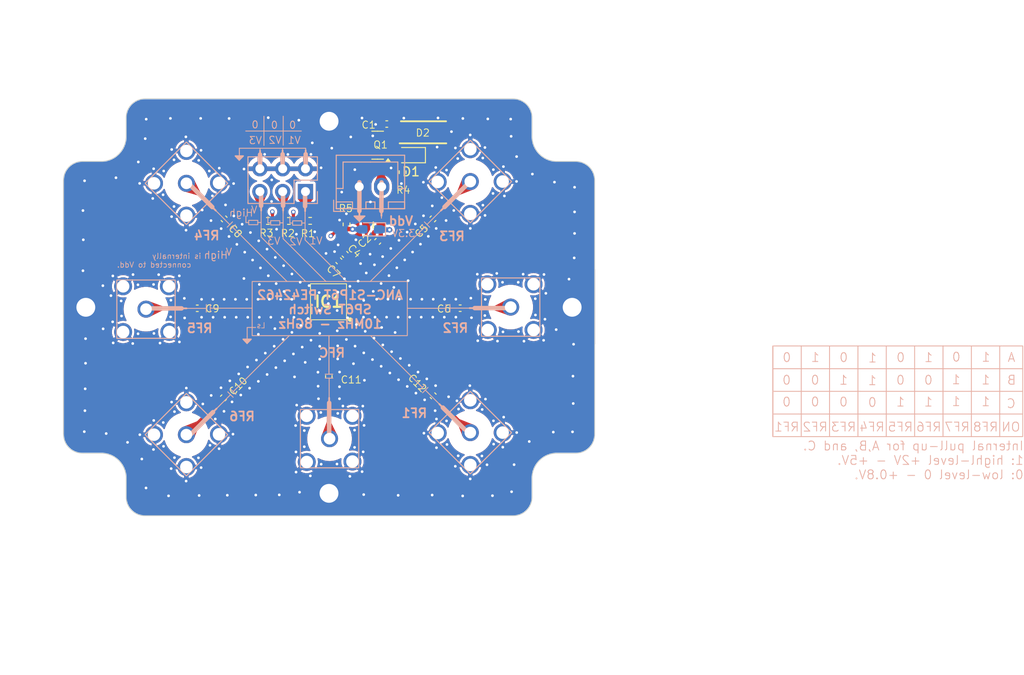
<source format=kicad_pcb>
(kicad_pcb (version 20240108) (generator "pcbnew") (generator_version "8.0")
  (layers (0 "F.Cu" signal) (1 "In1.Cu" signal) (2 "In2.Cu" signal) (31 "B.Cu" signal) (34 "B.Paste" user) (35 "F.Paste" user) (36 "B.SilkS" user "B.Silkscreen") (37 "F.SilkS" user "F.Silkscreen") (38 "B.Mask" user) (39 "F.Mask" user) (44 "Edge.Cuts" user))
  (net 0 "")
  (net 1 "/Vdd")
  (net 2 "GND")
  (net 3 "Net-(IC1-RF3)")
  (net 4 "Net-(IC1-RF2)")
  (net 5 "Net-(IC1-RF4)")
  (net 6 "Net-(C5-Pad1)")
  (net 7 "Net-(C6-Pad1)")
  (net 8 "Net-(IC1-RF5)")
  (net 9 "Net-(IC1-RF6)")
  (net 10 "Net-(IC1-RFC)")
  (net 11 "Net-(IC1-RF1)")
  (net 12 "Net-(C8-Pad2)")
  (net 13 "Net-(IC1-V3)")
  (net 14 "Net-(C9-Pad2)")
  (net 15 "Net-(C10-Pad2)")
  (net 16 "Net-(IC1-V2)")
  (net 17 "Net-(IC1-V1)")
  (net 18 "Net-(C11-Pad2)")
  (net 19 "Net-(C12-Pad2)")
  (net 20 "Net-(D1-K)")
  (net 21 "Net-(D1-A)")
  (net 22 "Net-(D3-A)")
  (net 23 "Net-(J2-Pin_2)")
  (footprint "Package_TO_SOT_SMD:SOT-23" (layer "F.Cu") (at 150.3525 78.03 180)
    (property "Reference" "Q1" (at -0.3275 0.04 180) (layer "F.SilkS") (effects (font (size 0.8 0.8) (thickness 0.1))))
    (property "Value" "Q_PMOS_GSD")
    (pad "1" smd roundrect (at -0.9375 -0.95 180) (size 1.475 0.6) (layers "F.Cu" "F.Paste" "F.Mask") (net 21 "Net-(D1-A)"))
    (pad "2" smd roundrect (at -0.9375 0.95 180) (size 1.475 0.6) (layers "F.Cu" "F.Paste" "F.Mask") (net 20 "Net-(D1-K)"))
    (pad "3" smd roundrect (at 0.937501 0 180) (size 1.475 0.6) (layers "F.Cu" "F.Paste" "F.Mask") (net 23 "Net-(J2-Pin_2)"))
  )
  (footprint "MUSIC_Lab:Outline_4x3_cavity_1.5mm" (layer "F.Cu") (at 197.275051 96.772563)
    (property "Reference" "U4" (hide yes))
    (property "Value" "~" (hide yes))
    (fp_poly (pts (xy -29.587041 17.555401) (xy -29.668002 17.882695) (xy -29.708786 18.217378) (xy -29.711261 18.385957) (xy -29.711261 20.485957) (xy -29.713944 20.635958) (xy -29.756652 20.932905) (xy -29.841183 21.220752) (xy -29.965815 21.49364) (xy -30.128013 21.746015) (xy -30.324474 21.97274) (xy -30.551201 22.1692) (xy -30.803577 22.331396) (xy -31.076466 22.456027) (xy -31.364313 22.540556) (xy -31.66126 22.583263) (xy -31.811261 22.585945) (xy -72.851309 22.585944) (xy -73.001309 22.583262) (xy -73.298255 22.540555) (xy -73.5861 22.456024) (xy -73.858987 22.331392) (xy -74.11136 22.169194) (xy -74.338083 21.972732) (xy -74.534539 21.746005) (xy -74.696732 21.493628) (xy -74.821358 21.220738) (xy -74.905882 20.932891) (xy -74.948582 20.635944) (xy -74.951261 20.485944) (xy -74.951261 18.367194) (xy -74.954897 18.199926) (xy -74.99732 17.868048) (xy -75.079267 17.543661) (xy -75.199553 17.231453) (xy -75.356438 16.935937) (xy -75.547655 16.661386) (xy -75.77044 16.411767) (xy -76.021573 16.19069) (xy -76.297422 16.00135) (xy -76.594001 15.846484) (xy -76.907022 15.728331) (xy -77.231961 15.648598) (xy -77.56412 15.608439) (xy -77.731409 15.605944) (xy -79.831309 15.605944) (xy -79.981309 15.603262) (xy -80.278255 15.560555) (xy -80.5661 15.476024) (xy -80.838987 15.351392) (xy -81.09136 15.189194) (xy -81.318083 14.992732) (xy -81.514539 14.766005) (xy -81.676732 14.513628) (xy -81.801358 14.240738) (xy -81.885882 13.952891) (xy -81.928582 13.655944) (xy -81.931261 13.505944) (xy -81.931261 -14.834043) (xy -81.928615 -14.983473) (xy -81.886223 -15.279312) (xy -81.802322 -15.566154) (xy -81.678606 -15.838205) (xy -81.517574 -16.089972) (xy -81.322478 -16.316368) (xy -81.09726 -16.512822) (xy -80.846466 -16.675365) (xy -80.575164 -16.800715) (xy -80.288832 -16.88634) (xy -79.993253 -16.930511) (xy -79.843842 -16.934056) (xy -77.731261 -16.934056) (xy -77.563258 -16.936598) (xy -77.229702 -16.977109) (xy -76.903461 -17.057528) (xy -76.589291 -17.176684) (xy -76.291773 -17.332837) (xy -76.015246 -17.523713) (xy -75.763742 -17.746527) (xy -75.540927 -17.99803) (xy -75.35005 -18.274556) (xy -75.193894 -18.572073) (xy -75.074738 -18.886242) (xy -74.994316 -19.212483) (xy -74.953804 -19.546039) (xy -74.951261 -19.714042) (xy -74.951261 -21.814043) (xy -74.948615 -21.963473) (xy -74.906223 -22.259312) (xy -74.822322 -22.546154) (xy -74.698606 -22.818205) (xy -74.537574 -23.069972) (xy -74.342478 -23.296368) (xy -74.11726 -23.492822) (xy -73.866466 -23.655365) (xy -73.595164 -23.780715) (xy -73.308832 -23.86634) (xy -73.013253 -23.910511) (xy -72.863842 -23.914056) (xy -31.811309 -23.914057) (xy -31.660547 -23.911445) (xy -31.362124 -23.868306) (xy -31.072938 -23.782933) (xy -30.798933 -23.657083) (xy -30.545741 -23.493343) (xy -30.318567 -23.295077) (xy -30.122081 -23.066362) (xy -29.960322 -22.8119) (xy -29.836616 -22.53692) (xy -29.753504 -22.247076) (xy -29.712696 -21.948326) (xy -29.711261 -21.797548) (xy -29.711261 -19.714056) (xy -29.708725 -19.546053) (xy -29.668219 -19.212497) (xy -29.587804 -18.886256) (xy -29.468653 -18.572086) (xy -29.312502 -18.274568) (xy -29.121629 -17.99804) (xy -28.898818 -17.746534) (xy -28.647316 -17.523718) (xy -28.370791 -17.332841) (xy -28.073275 -17.176686) (xy -27.759107 -17.057529) (xy -27.432867 -16.977109) (xy -27.099312 -16.936598) (xy -26.931309 -16.934056) (xy -24.831309 -16.934056) (xy -24.682044 -16.931424) (xy -24.386526 -16.889132) (xy -24.099974 -16.805421) (xy -23.828162 -16.681978) (xy -23.576569 -16.52129) (xy -23.350264 -16.326595) (xy -23.153809 -16.101818) (xy -22.991162 -15.851487) (xy -22.8656 -15.580647) (xy -22.779655 -15.294757) (xy -22.735058 -14.999577) (xy -22.731261 -14.850338) (xy -22.731261 13.505957) (xy -22.733941 13.655958) (xy -22.77665 13.952905) (xy -22.861181 14.240752) (xy -22.985813 14.51364) (xy -23.148011 14.766015) (xy -23.344473 14.99274) (xy -23.5712 15.1892) (xy -23.823576 15.351396) (xy -24.096465 15.476027) (xy -24.384313 15.560556) (xy -24.68126 15.603262) (xy -24.831261 15.605944) (xy -26.916484 15.605944) (xy -27.085074 15.607525) (xy -27.419968 15.646537) (xy -27.747686 15.725763) (xy -28.063418 15.844041) (xy -28.362527 15.999634) (xy -28.640625 16.190259) (xy -28.893628 16.413116) (xy -29.117822 16.664935) (xy -29.309917 16.942019) (xy -29.467092 17.240301)) (stroke (width 0.1)) (fill none) (layer "Edge.Cuts"))
    (pad "1" thru_hole circle (at -79.445052 -0.662563) (size 3 3) (drill 2.1) (layers "*.Cu" "*.Mask") (net 2 "GND"))
    (pad "1" thru_hole circle (at -52.345052 20.087437) (size 3 3) (drill 2.1) (layers "*.Cu" "*.Mask") (net 2 "GND"))
    (pad "1" thru_hole custom (at -52.337342 -21.412563) (size 3 3) (drill 2.1) (layers "*.Cu" "*.Mask") (net 2 "GND") (options (clearance outline) (anchor circle)) (primitives (gr_poly (pts (xy 4.09439 -2.532075) (xy -4.269038 -2.532075) (xy -4.209038 -1.00664) (xy -4.091013 -1.019578) (xy -3.853623 -1.015131) (xy -3.619343 -0.976572) (xy -3.39305 -0.904704) (xy -3.179452 -0.801024) (xy -2.982995 -0.667688) (xy -2.807768 -0.507472) (xy -2.657417 -0.32371) (xy -2.535072 -0.120227) (xy -2.443279 0.098743) (xy -2.411727 0.213206) (xy -2.395954 0.366565) (xy -2.329764 0.667679) (xy -2.225472 0.957805) (xy -2.084803 1.232145) (xy -1.910083 1.48616) (xy -1.704204 1.715647) (xy -1.470572 1.916809) (xy -1.213052 2.086319) (xy -0.935904 2.221372) (xy -0.643713 2.319734) (xy -0.341314 2.379777) (xy -0.03371 2.400508) (xy 0.274011 2.381585) (xy 0.576758 2.323319) (xy 0.869521 2.226676) (xy 1.147458 2.093254) (xy 1.40597 1.92526) (xy 1.64078 1.725473) (xy 1.848004 1.4972) (xy 2.024213 1.244217) (xy 2.166492 0.970708) (xy 2.272487 0.681199) (xy 2.340444 0.380479) (xy 2.357079 0.227212) (xy 2.388637 0.112751) (xy 2.480429 -0.10622) (xy 2.602773 -0.309704) (xy 2.753123 -0.493467) (xy 2.928349 -0.653684) (xy 3.124806 -0.787021) (xy 3.338403 -0.890703) (xy 3.564697 -0.962572) (xy 3.798976 -1.001132) (xy 4.036366 -1.005582) (xy 4.15439 -0.992634)) (width 0) (fill yes)) (gr_rect (start -20.540291 -2.5) (end 20.51489 -1) (width 0.05) (fill yes)) (gr_poly (pts (arc (start 27.492242 4.479999) (mid 28.969 5.099554) (end 29.579661 6.580012)) (arc (start 28.079662 6.580012) (mid 27.906262 6.158134) (end 27.486361 5.979999)) (arc (start 25.379661 5.979999) (mid 22.353253 4.726417) (end 21.099661 1.700012)) (arc (start 21.099661 -0.399988) (mid 20.926261 -0.821866) (end 20.50636 -1.000001)) (arc (start 20.512242 -2.500001) (mid 21.989 -1.880446) (end 22.599661 -0.399988)) (arc (start 22.599661 1.700013) (mid 23.413913 3.665756) (end 25.379661 4.479999))) (width 0) (fill yes)) (gr_rect (start 28.09229 6.590232) (end 29.59229 34.945413) (width 0.05) (fill yes)) (gr_poly (pts (xy 29.644873 24.874608) (xy 29.644873 16.51118) (xy 28.119438 16.57118) (xy 28.132376 16.689205) (xy 28.127929 16.926595) (xy 28.08937 17.160875) (xy 28.017502 17.387168) (xy 27.913822 17.600766) (xy 27.780486 17.797223) (xy 27.62027 17.972451) (xy 27.436508 18.122801) (xy 27.233025 18.245146) (xy 27.014054 18.336939) (xy 26.899592 18.368492) (xy 26.746234 18.384264) (xy 26.445119 18.450454) (xy 26.154993 18.554746) (xy 25.880653 18.695415) (xy 25.626638 18.870135) (xy 25.397152 19.076014) (xy 25.195989 19.309645) (xy 25.026479 19.567166) (xy 24.891426 19.844314) (xy 24.793064 20.136505) (xy 24.733021 20.438904) (xy 24.71229 20.746508) (xy 24.731213 21.054229) (xy 24.789479 21.356976) (xy 24.886122 21.649739) (xy 25.019544 21.927676) (xy 25.187538 22.186188) (xy 25.387324 22.420998) (xy 25.615597 22.628222) (xy 25.868581 22.804431) (xy 26.142089 22.94671) (xy 26.431599 23.052705) (xy 26.732319 23.120662) (xy 26.885586 23.137297) (xy 27.000047 23.168855) (xy 27.219019 23.260647) (xy 27.422501 23.382992) (xy 27.606265 23.533341) (xy 27.766482 23.708567) (xy 27.899819 23.905024) (xy 28.003501 24.118621) (xy 28.07537 24.344915) (xy 28.113929 24.579194) (xy 28.11838 24.816584) (xy 28.105432 24.934608)) (width 0) (fill yes)) (gr_poly (pts (arc (start 27.504871 37.020026) (mid 28.981629 36.400471) (end 29.59229 34.920013)) (arc (start 28.092291 34.920013) (mid 27.918891 35.341891) (end 27.49899 35.520026)) (arc (start 25.39229 35.520026) (mid 22.365882 36.773608) (end 21.11229 39.800013)) (arc (start 21.11229 41.900013) (mid 20.93889 42.321891) (end 20.518989 42.500026)) (arc (start 20.524871 44.000026) (mid 22.001629 43.380471) (end 22.61229 41.900013)) (arc (start 22.61229 39.800012) (mid 23.426542 37.834269) (end 25.39229 37.020026))) (width 0) (fill yes)) (gr_rect (start -20.517491 42.500001) (end 20.51229 44.000001) (width 0.05) (fill yes)) (gr_poly (pts (xy -4.09581 44.02909) (xy 4.267618 44.02909) (xy 4.207618 42.503655) (xy 4.089593 42.516593) (xy 3.852203 42.512147) (xy 3.617923 42.473587) (xy 3.391631 42.401719) (xy 3.178032 42.298039) (xy 2.981575 42.164703) (xy 2.806348 42.004487) (xy 2.655997 41.820726) (xy 2.533652 41.617241) (xy 2.441859 41.398271) (xy 2.410306 41.283809) (xy 2.394534 41.13045) (xy 2.328344 40.829336) (xy 2.224052 40.53921) (xy 2.083383 40.26487) (xy 1.908663 40.010855) (xy 1.702784 39.781369) (xy 1.469151 39.580206) (xy 1.211632 39.410696) (xy 0.934484 39.275642) (xy 0.642293 39.177281) (xy 0.339894 39.117239) (xy 0.03229 39.096508) (xy -0.275431 39.11543) (xy -0.578179 39.173696) (xy -0.870941 39.270339) (xy -1.148878 39.403761) (xy -1.40739 39.571755) (xy -1.6422 39.771542) (xy -1.849424 39.999815) (xy -2.025633 40.252798) (xy -2.167912 40.526307) (xy -2.273907 40.815816) (xy -2.341864 41.116536) (xy -2.358499 41.269803) (xy -2.390057 41.384264) (xy -2.481849 41.603235) (xy -2.604194 41.806719) (xy -2.754543 41.990481) (xy -2.929769 42.150698) (xy -3.126226 42.284036) (xy -3.339823 42.387718) (xy -3.566117 42.459587) (xy -3.800396 42.498147) (xy -4.037786 42.502597) (xy -4.15581 42.489649)) (width 0) (fill yes)) (gr_poly (pts (arc (start -27.507758 37.02) (mid -28.984516 36.400445) (end -29.595177 34.919987)) (arc (start -28.095178 34.919987) (mid -27.921778 35.341865) (end -27.501877 35.52)) (arc (start -25.395177 35.52) (mid -22.368769 36.773582) (end -21.115177 39.799987)) (arc (start -21.115177 41.899987) (mid -20.941777 42.321865) (end -20.521876 42.5)) (arc (start -20.527758 44) (mid -22.004516 43.380445) (end -22.615177 41.899987)) (arc (start -22.615177 39.799986) (mid -23.429429 37.834243) (end -25.395177 37.02))) (width 0) (fill yes)) (gr_rect (start -29.60771 6.590219) (end -28.10771 34.92) (width 0.05) (fill yes)) (gr_poly (pts (xy -29.630293 16.628408) (xy -29.630293 24.991836) (xy -28.104858 24.931836) (xy -28.117796 24.813811) (xy -28.113349 24.576421) (xy -28.07479 24.342141) (xy -28.002922 24.115848) (xy -27.899242 23.90225) (xy -27.765906 23.705793) (xy -27.60569 23.530566) (xy -27.421928 23.380215) (xy -27.218445 23.25787) (xy -26.999474 23.166077) (xy -26.885012 23.134524) (xy -26.731653 23.118752) (xy -26.430539 23.052562) (xy -26.140413 22.94827) (xy -25.866073 22.807601) (xy -25.612058 22.632881) (xy -25.382572 22.427002) (xy -25.181409 22.19337) (xy -25.011899 21.93585) (xy -24.876846 21.658702) (xy -24.778484 21.366511) (xy -24.718441 21.064112) (xy -24.69771 20.756508) (xy -24.716633 20.448787) (xy -24.774899 20.14604) (xy -24.871542 19.853277) (xy -25.004964 19.57534) (xy -25.172958 19.316828) (xy -25.372745 19.082018) (xy -25.601018 18.874794) (xy -25.854001 18.698585) (xy -26.12751 18.556306) (xy -26.417019 18.450311) (xy -26.717739 18.382354) (xy -26.871006 18.365719) (xy -26.985467 18.334161) (xy -27.204438 18.242369) (xy -27.407922 18.120024) (xy -27.591685 17.969675) (xy -27.751902 17.794449) (xy -27.885239 17.597992) (xy -27.988921 17.384395) (xy -28.06079 17.158101) (xy -28.09935 16.923822) (xy -28.1038 16.686432) (xy -28.090852 16.568408)) (width 0) (fill yes)) (gr_poly (pts (arc (start -27.520291 4.48) (mid -28.997049 5.099555) (end -29.60771 6.580013)) (arc (start -28.107711 6.580013) (mid -27.934311 6.158135) (end -27.51441 5.98)) (arc (start -25.40771 5.98) (mid -22.381302 4.726418) (end -21.12771 1.700013)) (arc (start -21.12771 -0.399987) (mid -20.95431 -0.821865) (end -20.534409 -1)) (arc (start -20.540291 -2.5) (mid -22.017049 -1.880445) (end -22.62771 -0.399987)) (arc (start -22.62771 1.700014) (mid -23.441962 3.665757) (end -25.40771 4.48))) (width 0) (fill yes))))
    (pad "1" thru_hole circle (at -25.245051 -0.662563) (size 3 3) (drill 2.1) (layers "*.Cu" "*.Mask") (net 2 "GND"))
  )
  (footprint "Capacitor_SMD:C_0402_1005Metric" (layer "F.Cu") (at 156.54 105.98 -45)
    (property "Reference" "C12" (at -2.2486 0.254558 135) (layer "F.SilkS") (effects (font (size 0.8 0.8) (thickness 0.1))))
    (property "Value" "4700 pF")
    (pad "1" smd roundrect (at -0.48 0 315) (size 0.56 0.62) (layers "F.Cu" "F.Paste" "F.Mask") (net 11 "Net-(IC1-RF1)"))
    (pad "2" smd roundrect (at 0.48 0 315) (size 0.56 0.62) (layers "F.Cu" "F.Paste" "F.Mask") (net 19 "Net-(C12-Pad2)"))
  )
  (footprint "Resistor_SMD:R_0402_1005Metric" (layer "F.Cu") (at 146.89 86.86 -90)
    (property "Reference" "R5" (at -1.78 0.09 0) (layer "F.SilkS") (effects (font (size 0.8 0.8) (thickness 0.1))))
    (property "Value" "10 kohm")
    (pad "1" smd roundrect (at -0.509999 0 270) (size 0.54 0.64) (layers "F.Cu" "F.Paste" "F.Mask") (net 2 "GND"))
    (pad "2" smd roundrect (at 0.509999 0 270) (size 0.54 0.64) (layers "F.Cu" "F.Paste" "F.Mask") (net 22 "Net-(D3-A)"))
  )
  (footprint "Capacitor_SMD:C_0402_1005Metric" (layer "F.Cu") (at 130.25 96.22 180)
    (property "Reference" "C9" (at -1.68 -0.04 180) (layer "F.SilkS") (effects (font (size 0.8 0.8) (thickness 0.1))))
    (property "Value" "4700 pF")
    (pad "1" smd roundrect (at -0.48 0 180) (size 0.56 0.62) (layers "F.Cu" "F.Paste" "F.Mask") (net 8 "Net-(IC1-RF5)"))
    (pad "2" smd roundrect (at 0.48 0 180) (size 0.56 0.62) (layers "F.Cu" "F.Paste" "F.Mask") (net 14 "Net-(C9-Pad2)"))
  )
  (footprint "MUSIC_Lab:Bead0603 BEADC1608X100N" (layer "F.Cu") (at 149.869999 86.94 180)
    (property "Reference" "FB1" (hide yes))
    (property "Value" "Bead MG1608-152Y" (hide yes))
    (pad "1" smd rect (at -0.799999 0 180) (size 0.9 1) (layers "F.Cu" "F.Paste" "F.Mask") (net 20 "Net-(D1-K)"))
    (pad "2" smd rect (at 0.799999 0 180) (size 0.9 1) (layers "F.Cu" "F.Paste" "F.Mask") (net 1 "/Vdd"))
  )
  (footprint "Capacitor_SMD:C_0402_1005Metric" (layer "F.Cu") (at 150.36 88.76 45)
    (property "Reference" "C2" (at -1.025305 -1.053589 45) (layer "F.SilkS") (effects (font (size 0.8 0.8) (thickness 0.1))))
    (property "Value" "1uF")
    (pad "1" smd roundrect (at -0.48 0 45) (size 0.56 0.62) (layers "F.Cu" "F.Paste" "F.Mask") (net 2 "GND"))
    (pad "2" smd roundrect (at 0.48 0 45) (size 0.56 0.62) (layers "F.Cu" "F.Paste" "F.Mask") (net 20 "Net-(D1-K)"))
  )
  (footprint "MUSIC_Lab:TVS DIOM5226X230N" (layer "F.Cu") (at 155.3798 76.6554)
    (property "Reference" "D2" (at 0 0 0) (layer "F.SilkS") (effects (font (size 0.8 0.8) (thickness 0.1))))
    (property "Value" "TVS SMAJ3.3A-TP" (hide yes))
    (pad "1" smd rect (at -1.85 0 90) (size 1.55 1.9) (layers "F.Cu" "F.Paste" "F.Mask") (net 20 "Net-(D1-K)"))
    (pad "2" smd rect (at 1.85 0 90) (size 1.55 1.9) (layers "F.Cu" "F.Paste" "F.Mask" "Eco1.User") (net 2 "GND"))
  )
  (footprint "Resistor_SMD:R_0402_1005Metric" (layer "F.Cu") (at 142.83 86.47 180)
    (property "Reference" "R1" (at 0.25 -1.41 180) (layer "F.SilkS") (effects (font (size 0.8 0.8) (thickness 0.1))))
    (property "Value" "4.7K")
    (pad "1" smd roundrect (at -0.51 0 180) (size 0.54 0.64) (layers "F.Cu" "F.Paste" "F.Mask") (net 1 "/Vdd"))
    (pad "2" smd roundrect (at 0.51 0 180) (size 0.54 0.64) (layers "F.Cu" "F.Paste" "F.Mask") (net 17 "Net-(IC1-V1)"))
  )
  (footprint "Capacitor_SMD:C_0402_1005Metric" (layer "F.Cu") (at 156.51 86.25 -135)
    (property "Reference" "C5" (at 1.85262 -0.070711 -135) (layer "F.SilkS") (effects (font (size 0.8 0.8) (thickness 0.1))))
    (property "Value" "4700 pF")
    (pad "1" smd roundrect (at -0.48 0 225) (size 0.56 0.62) (layers "F.Cu" "F.Paste" "F.Mask") (net 6 "Net-(C5-Pad1)"))
    (pad "2" smd roundrect (at 0.48 0 225) (size 0.56 0.62) (layers "F.Cu" "F.Paste" "F.Mask") (net 3 "Net-(IC1-RF3)"))
  )
  (footprint "Capacitor_SMD:C_0402_1005Metric" (layer "F.Cu") (at 159.55 96.21 180)
    (property "Reference" "C6" (at 1.8 -0.07 180) (layer "F.SilkS") (effects (font (size 0.8 0.8) (thickness 0.1))))
    (property "Value" "4700 pF")
    (pad "1" smd roundrect (at -0.48 0 180) (size 0.56 0.62) (layers "F.Cu" "F.Paste" "F.Mask") (net 7 "Net-(C6-Pad1)"))
    (pad "2" smd roundrect (at 0.48 0 180) (size 0.56 0.62) (layers "F.Cu" "F.Paste" "F.Mask") (net 4 "Net-(IC1-RF2)"))
  )
  (footprint "Capacitor_SMD:C_0402_1005Metric" (layer "F.Cu") (at 133.24 86.25 135)
    (property "Reference" "C8" (at -1.85262 -0.084853 -45) (layer "F.SilkS") (effects (font (size 0.8 0.8) (thickness 0.1))))
    (property "Value" "4700 pF")
    (pad "1" smd roundrect (at -0.48 0 135) (size 0.56 0.62) (layers "F.Cu" "F.Paste" "F.Mask") (net 5 "Net-(IC1-RF4)"))
    (pad "2" smd roundrect (at 0.48 0 135) (size 0.56 0.62) (layers "F.Cu" "F.Paste" "F.Mask") (net 12 "Net-(C8-Pad2)"))
  )
  (footprint "Capacitor_SMD:C_0402_1005Metric" (layer "F.Cu") (at 146.73 90.21 -45)
    (property "Reference" "C4" (at 0.46669 -1.004092 135) (layer "F.SilkS") (effects (font (size 0.8 0.8) (thickness 0.1))))
    (property "Value" "0.1 uF")
    (pad "1" smd roundrect (at -0.48 0 315) (size 0.56 0.62) (layers "F.Cu" "F.Paste" "F.Mask") (net 2 "GND"))
    (pad "2" smd roundrect (at 0.48 0 315) (size 0.56 0.62) (layers "F.Cu" "F.Paste" "F.Mask") (net 1 "/Vdd"))
  )
  (footprint "Resistor_SMD:R_0402_1005Metric" (layer "F.Cu") (at 140.46 86.48 180)
    (property "Reference" "R2" (at 0.12 -1.38 180) (layer "F.SilkS") (effects (font (size 0.8 0.8) (thickness 0.1))))
    (property "Value" "4.7K")
    (pad "1" smd roundrect (at -0.51 0 180) (size 0.54 0.64) (layers "F.Cu" "F.Paste" "F.Mask") (net 1 "/Vdd"))
    (pad "2" smd roundrect (at 0.51 0 180) (size 0.54 0.64) (layers "F.Cu" "F.Paste" "F.Mask") (net 16 "Net-(IC1-V2)"))
  )
  (footprint "Capacitor_SMD:C_0402_1005Metric" (layer "F.Cu") (at 146.03 90.93 -45)
    (property "Reference" "C7" (at 0.410122 1.272792 135) (layer "F.SilkS") (effects (font (size 0.8 0.8) (thickness 0.1))))
    (property "Value" "0.1nF")
    (pad "1" smd roundrect (at -0.48 0 315) (size 0.56 0.62) (layers "F.Cu" "F.Paste" "F.Mask") (net 2 "GND"))
    (pad "2" smd roundrect (at 0.48 0 315) (size 0.56 0.62) (layers "F.Cu" "F.Paste" "F.Mask") (net 1 "/Vdd"))
  )
  (footprint "Capacitor_SMD:C_0402_1005Metric" (layer "F.Cu") (at 144.91 103.82 -90)
    (property "Reference" "C11" (at 0.37 -2.5 180) (layer "F.SilkS") (effects (font (size 0.8 0.8) (thickness 0.1))))
    (property "Value" "4700 pF")
    (pad "1" smd roundrect (at -0.48 0 270) (size 0.56 0.62) (layers "F.Cu" "F.Paste" "F.Mask") (net 10 "Net-(IC1-RFC)"))
    (pad "2" smd roundrect (at 0.48 0 270) (size 0.56 0.62) (layers "F.Cu" "F.Paste" "F.Mask") (net 18 "Net-(C11-Pad2)"))
  )
  (footprint "Resistor_SMD:R_0402_1005Metric" (layer "F.Cu") (at 138.12 86.48 180)
    (property "Reference" "R3" (at 0.16 -1.34 180) (layer "F.SilkS") (effects (font (size 0.8 0.8) (thickness 0.1))))
    (property "Value" "4.7K")
    (pad "1" smd roundrect (at -0.509999 0 180) (size 0.54 0.64) (layers "F.Cu" "F.Paste" "F.Mask") (net 1 "/Vdd"))
    (pad "2" smd roundrect (at 0.509999 0 180) (size 0.54 0.64) (layers "F.Cu" "F.Paste" "F.Mask") (net 13 "Net-(IC1-V3)"))
  )
  (footprint "Capacitor_SMD:C_0402_1005Metric" (layer "F.Cu") (at 151.37 75.67)
    (property "Reference" "C1" (at -2.02 0.1 0) (layer "F.SilkS") (effects (font (size 0.8 0.8) (thickness 0.1))))
    (property "Value" "10 uF")
    (pad "1" smd roundrect (at -0.48 0) (size 0.56 0.62) (layers "F.Cu" "F.Paste" "F.Mask") (net 2 "GND"))
    (pad "2" smd roundrect (at 0.48 0) (size 0.56 0.62) (layers "F.Cu" "F.Paste" "F.Mask") (net 20 "Net-(D1-K)"))
  )
  (footprint "Diode_SMD:D_SOD-323" (layer "F.Cu") (at 154.07 79.14 180)
    (property "Reference" "D1" (at 0 -1.85 180) (layer "F.SilkS"))
    (property "Value" "D_Schottky")
    (pad "1" smd roundrect (at -1.05 0 180) (size 0.6 0.45) (layers "F.Cu" "F.Paste" "F.Mask") (net 20 "Net-(D1-K)"))
    (pad "2" smd roundrect (at 1.05 0 180) (size 0.6 0.45) (layers "F.Cu" "F.Paste" "F.Mask") (net 21 "Net-(D1-A)"))
  )
  (footprint "Capacitor_SMD:C_0402_1005Metric" (layer "F.Cu") (at 133.17 106.21 -135)
    (property "Reference" "C10" (at -2.085965 -0.233345 -135) (layer "F.SilkS") (effects (font (size 0.8 0.8) (thickness 0.1))))
    (property "Value" "4700 pF")
    (pad "1" smd roundrect (at -0.48 0 225) (size 0.56 0.62) (layers "F.Cu" "F.Paste" "F.Mask") (net 9 "Net-(IC1-RF6)"))
    (pad "2" smd roundrect (at 0.48 0 225) (size 0.56 0.62) (layers "F.Cu" "F.Paste" "F.Mask") (net 15 "Net-(C10-Pad2)"))
  )
  (footprint "MUSIC_Lab:Switch_1p6t_PE42462_QFN50P400X400X90-25N-D" (layer "F.Cu") (at 144.89 95.48 180)
    (property "Reference" "IC1" (at 0 0 180) (layer "F.SilkS") (effects (font (size 1.27 1.27) (thickness 0.254))))
    (property "Value" "Switch_PE42462A-X" (hide yes))
    (pad "1" smd rect (at -2 -1.25 270) (size 0.3 0.8) (layers "F.Cu" "F.Paste" "F.Mask") (net 2 "GND"))
    (pad "2" smd rect (at -2 -0.75 270) (size 0.3 0.8) (layers "F.Cu" "F.Paste" "F.Mask") (net 4 "Net-(IC1-RF2)"))
    (pad "3" smd rect (at -2 -0.25 270) (size 0.3 0.8) (layers "F.Cu" "F.Paste" "F.Mask") (net 2 "GND"))
    (pad "4" smd rect (at -2 0.25 270) (size 0.3 0.8) (layers "F.Cu" "F.Paste" "F.Mask") (net 3 "Net-(IC1-RF3)"))
    (pad "5" smd rect (at -2 0.75 270) (size 0.3 0.8) (layers "F.Cu" "F.Paste" "F.Mask") (net 2 "GND"))
    (pad "6" smd rect (at -2 1.25 270) (size 0.3 0.8) (layers "F.Cu" "F.Paste" "F.Mask") (net 2 "GND"))
    (pad "7" smd rect (at -1.25 2 180) (size 0.3 0.8) (layers "F.Cu" "F.Paste" "F.Mask") (net 2 "GND"))
    (pad "8" smd rect (at -0.75 2 180) (size 0.3 0.8) (layers "F.Cu" "F.Paste" "F.Mask") (net 1 "/Vdd"))
    (pad "9" smd rect (at -0.25 2 180) (size 0.3 0.8) (layers "F.Cu" "F.Paste" "F.Mask") (net 17 "Net-(IC1-V1)"))
    (pad "10" smd rect (at 0.25 2 180) (size 0.3 0.8) (layers "F.Cu" "F.Paste" "F.Mask") (net 16 "Net-(IC1-V2)"))
    (pad "11" smd rect (at 0.75 2 180) (size 0.3 0.8) (layers "F.Cu" "F.Paste" "F.Mask") (net 13 "Net-(IC1-V3)"))
    (pad "12" smd rect (at 1.25 2 180) (size 0.3 0.8) (layers "F.Cu" "F.Paste" "F.Mask") (net 2 "GND"))
    (pad "13" smd rect (at 2 1.25 270) (size 0.3 0.8) (layers "F.Cu" "F.Paste" "F.Mask") (net 2 "GND"))
    (pad "14" smd rect (at 2 0.75 270) (size 0.3 0.8) (layers "F.Cu" "F.Paste" "F.Mask") (net 2 "GND"))
    (pad "15" smd rect (at 2 0.25 270) (size 0.3 0.8) (layers "F.Cu" "F.Paste" "F.Mask") (net 5 "Net-(IC1-RF4)"))
    (pad "16" smd rect (at 2 -0.25 270) (size 0.3 0.8) (layers "F.Cu" "F.Paste" "F.Mask") (net 2 "GND"))
    (pad "17" smd rect (at 2 -0.75 270) (size 0.3 0.8) (layers "F.Cu" "F.Paste" "F.Mask") (net 8 "Net-(IC1-RF5)"))
    (pad "18" smd rect (at 2 -1.25 270) (size 0.3 0.8) (layers "F.Cu" "F.Paste" "F.Mask") (net 2 "GND"))
    (pad "19" smd rect (at 1.25 -2 180) (size 0.3 0.8) (layers "F.Cu" "F.Paste" "F.Mask") (net 9 "Net-(IC1-RF6)"))
    (pad "20" smd rect (at 0.75 -2 180) (size 0.3 0.8) (layers "F.Cu" "F.Paste" "F.Mask") (net 2 "GND"))
    (pad "21" smd rect (at 0.25 -2 180) (size 0.3 0.8) (layers "F.Cu" "F.Paste" "F.Mask") (net 2 "GND"))
    (pad "22" smd rect (at -0.25 -2 180) (size 0.3 0.8) (layers "F.Cu" "F.Paste" "F.Mask") (net 10 "Net-(IC1-RFC)"))
    (pad "23" smd rect (at -0.75 -2 180) (size 0.3 0.8) (layers "F.Cu" "F.Paste" "F.Mask") (net 2 "GND"))
    (pad "24" smd rect (at -1.25 -2 180) (size 0.3 0.8) (layers "F.Cu" "F.Paste" "F.Mask") (net 11 "Net-(IC1-RF1)"))
    (pad "25" smd rect (at 0 0 180) (size 2.75 2.75) (layers "F.Cu" "F.Paste" "F.Mask") (net 2 "GND"))
  )
  (footprint "Resistor_SMD:R_0402_1005Metric" (layer "F.Cu") (at 153.14 81.04 90)
    (property "Reference" "R4" (at -2 0.08 0) (layer "F.SilkS") (effects (font (size 0.8 0.8) (thickness 0.1))))
    (property "Value" "10 kohm")
    (pad "1" smd roundrect (at -0.509999 0 90) (size 0.54 0.64) (layers "F.Cu" "F.Paste" "F.Mask") (net 2 "GND"))
    (pad "2" smd roundrect (at 0.509999 0 90) (size 0.54 0.64) (layers "F.Cu" "F.Paste" "F.Mask") (net 21 "Net-(D1-A)"))
  )
  (footprint "MUSIC_Lab:SMA_KHD_Back" (layer "B.Cu") (at 144.9934 110.7632 90)
    (property "Reference" "SMA6" (hide yes))
    (property "Value" "~" (hide yes))
    (pad "1" thru_hole circle (at 0 0 90) (size 1.9 1.9) (drill 1.3) (layers "*.Cu" "*.Mask") (net 18 "Net-(C11-Pad2)"))
    (pad "2" thru_hole circle (at -2.6 -2.54 90) (size 2 2) (drill 1.4) (layers "*.Cu" "*.Mask") (net 2 "GND") (thermal_bridge_width 0.5) (thermal_gap 0.25))
    (pad "2" thru_hole circle (at -2.55 2.55 90) (size 2 2) (drill 1.4) (layers "*.Cu" "*.Mask") (net 2 "GND") (thermal_bridge_width 0.5) (thermal_gap 0.25))
    (pad "2" thru_hole circle (at 2.55 -2.55 90) (size 2 2) (drill 1.4) (layers "*.Cu" "*.Mask") (net 2 "GND") (thermal_bridge_width 0.5) (thermal_gap 0.25))
    (pad "2" thru_hole circle (at 2.55 2.55 90) (size 2 2) (drill 1.4) (layers "*.Cu" "*.Mask") (net 2 "GND") (thermal_bridge_width 0.5) (thermal_gap 0.25))
    (zone (net 0) (net_name "") (layers "*.Cu") (connect_pads (clearance 0)) (min_thickness 0.25)
      (keepout (tracks allowed) (vias not_allowed) (pads allowed) (copperpour not_allowed) (footprints allowed))
      (fill (thermal_gap 0.5) (thermal_bridge_width 0.5))
      (polygon (pts (xy 144.9934 108.2632) (xy 145.306733 108.282913) (xy 145.615125 108.341742) (xy 145.913711 108.438759) (xy 146.197784 108.572433) (xy 146.462863 108.740658) (xy 146.704768 108.940778) (xy 146.919683 109.16964) (xy 147.10422 109.423633) (xy 147.255468 109.698752) (xy 147.371041 109.990658) (xy 147.449118 110.294747) (xy 147.488467 110.606224) (xy 147.488467 110.920176) (xy 147.449118 111.231653) (xy 147.371041 111.535742) (xy 147.255468 111.827648) (xy 147.10422 112.102767) (xy 146.919683 112.35676) (xy 146.704768 112.585622) (xy 146.462863 112.785742) (xy 146.197784 112.953967) (xy 145.913711 113.087641) (xy 145.615125 113.184658) (xy 145.306733 113.243487) (xy 144.9934 113.2632) (xy 144.680067 113.243487) (xy 144.371675 113.184658) (xy 144.073089 113.087641) (xy 143.789016 112.953967) (xy 143.523937 112.785742) (xy 143.282032 112.585622) (xy 143.067117 112.35676) (xy 142.88258 112.102767) (xy 142.731332 111.827648) (xy 142.615759 111.535742) (xy 142.537682 111.231653) (xy 142.498333 110.920176) (xy 142.498333 110.606224) (xy 142.537682 110.294747) (xy 142.615759 109.990658) (xy 142.731332 109.698752) (xy 142.88258 109.423633) (xy 143.067117 109.16964) (xy 143.282032 108.940778) (xy 143.523937 108.740658) (xy 143.789016 108.572433) (xy 144.073089 108.438759) (xy 144.371675 108.341742) (xy 144.680067 108.282913)))
    )
  )
  (footprint "MUSIC_Lab:SMA_KHD_Back" (layer "B.Cu") (at 165.18 96.0868)
    (property "Reference" "SMA4" (hide yes))
    (property "Value" "~" (hide yes))
    (pad "1" thru_hole circle (at 0 0) (size 1.9 1.9) (drill 1.3) (layers "*.Cu" "*.Mask") (net 7 "Net-(C6-Pad1)"))
    (pad "2" thru_hole circle (at -2.6 -2.54) (size 2 2) (drill 1.4) (layers "*.Cu" "*.Mask") (net 2 "GND") (thermal_bridge_width 0.5) (thermal_gap 0.25))
    (pad "2" thru_hole circle (at -2.55 2.55) (size 2 2) (drill 1.4) (layers "*.Cu" "*.Mask") (net 2 "GND") (thermal_bridge_width 0.5) (thermal_gap 0.25))
    (pad "2" thru_hole circle (at 2.55 -2.55) (size 2 2) (drill 1.4) (layers "*.Cu" "*.Mask") (net 2 "GND") (thermal_bridge_width 0.5) (thermal_gap 0.25))
    (pad "2" thru_hole circle (at 2.55 2.55) (size 2 2) (drill 1.4) (layers "*.Cu" "*.Mask") (net 2 "GND") (thermal_bridge_width 0.5) (thermal_gap 0.25))
    (zone (net 0) (net_name "") (layers "*.Cu") (connect_pads (clearance 0)) (min_thickness 0.25)
      (keepout (tracks allowed) (vias not_allowed) (pads allowed) (copperpour not_allowed) (footprints allowed))
      (fill (thermal_gap 0.5) (thermal_bridge_width 0.5))
      (polygon (pts (xy 167.68 96.0868) (xy 167.660287 96.400133) (xy 167.601458 96.708525) (xy 167.504441 97.007111) (xy 167.370767 97.291184) (xy 167.202542 97.556263) (xy 167.002422 97.798168) (xy 166.77356 98.013083) (xy 166.519567 98.19762) (xy 166.244448 98.348868) (xy 165.952542 98.464441) (xy 165.648453 98.542518) (xy 165.336976 98.581867) (xy 165.023024 98.581867) (xy 164.711547 98.542518) (xy 164.407458 98.464441) (xy 164.115552 98.348868) (xy 163.840433 98.19762) (xy 163.58644 98.013083) (xy 163.357578 97.798168) (xy 163.157458 97.556263) (xy 162.989233 97.291184) (xy 162.855559 97.007111) (xy 162.758542 96.708525) (xy 162.699713 96.400133) (xy 162.68 96.0868) (xy 162.699713 95.773467) (xy 162.758542 95.465075) (xy 162.855559 95.166489) (xy 162.989233 94.882416) (xy 163.157458 94.617337) (xy 163.357578 94.375432) (xy 163.58644 94.160517) (xy 163.840433 93.97598) (xy 164.115552 93.824732) (xy 164.407458 93.709159) (xy 164.711547 93.631082) (xy 165.023024 93.591733) (xy 165.336976 93.591733) (xy 165.648453 93.631082) (xy 165.952542 93.709159) (xy 166.244448 93.824732) (xy 166.519567 93.97598) (xy 166.77356 94.160517) (xy 167.002422 94.375432) (xy 167.202542 94.617337) (xy 167.370767 94.882416) (xy 167.504441 95.166489) (xy 167.601458 95.465075) (xy 167.660287 95.773467)))
    )
  )
  (footprint "LED_SMD:LED_0603_1608Metric_Pad1.05x0.95mm_HandSolder" (layer "B.Cu") (at 149.575 87.42 180)
    (property "Reference" "D3" (hide yes))
    (property "Value" "LED")
    (pad "1" smd roundrect (at -0.875 0 180) (size 1.05 0.95) (layers "B.Cu" "B.Paste" "B.Mask") (net 20 "Net-(D1-K)"))
    (pad "2" smd roundrect (at 0.875 0 180) (size 1.05 0.95) (layers "B.Cu" "B.Paste" "B.Mask") (net 22 "Net-(D3-A)"))
  )
  (footprint "MUSIC_Lab:SMA_KHD_Back" (layer "B.Cu") (at 124.5368 96.3168 180)
    (property "Reference" "SMA8" (hide yes))
    (property "Value" "~" (hide yes))
    (pad "1" thru_hole circle (at 0 0 180) (size 1.9 1.9) (drill 1.3) (layers "*.Cu" "*.Mask") (net 14 "Net-(C9-Pad2)"))
    (pad "2" thru_hole circle (at -2.6 -2.54 180) (size 2 2) (drill 1.4) (layers "*.Cu" "*.Mask") (net 2 "GND") (thermal_bridge_width 0.5) (thermal_gap 0.25))
    (pad "2" thru_hole circle (at -2.55 2.55 180) (size 2 2) (drill 1.4) (layers "*.Cu" "*.Mask") (net 2 "GND") (thermal_bridge_width 0.5) (thermal_gap 0.25))
    (pad "2" thru_hole circle (at 2.55 -2.55 180) (size 2 2) (drill 1.4) (layers "*.Cu" "*.Mask") (net 2 "GND") (thermal_bridge_width 0.5) (thermal_gap 0.25))
    (pad "2" thru_hole circle (at 2.55 2.55 180) (size 2 2) (drill 1.4) (layers "*.Cu" "*.Mask") (net 2 "GND") (thermal_bridge_width 0.5) (thermal_gap 0.25))
    (zone (net 0) (net_name "") (layers "*.Cu") (connect_pads (clearance 0)) (min_thickness 0.25)
      (keepout (tracks allowed) (vias not_allowed) (pads allowed) (copperpour not_allowed) (footprints allowed))
      (fill (thermal_gap 0.5) (thermal_bridge_width 0.5))
      (polygon (pts (xy 122.0368 96.3168) (xy 122.056513 96.003467) (xy 122.115342 95.695075) (xy 122.212359 95.396489) (xy 122.346033 95.112416) (xy 122.514258 94.847337) (xy 122.714378 94.605432) (xy 122.94324 94.390517) (xy 123.197233 94.20598) (xy 123.472352 94.054732) (xy 123.764258 93.939159) (xy 124.068347 93.861082) (xy 124.379824 93.821733) (xy 124.693776 93.821733) (xy 125.005253 93.861082) (xy 125.309342 93.939159) (xy 125.601248 94.054732) (xy 125.876367 94.20598) (xy 126.13036 94.390517) (xy 126.359222 94.605432) (xy 126.559342 94.847337) (xy 126.727567 95.112416) (xy 126.861241 95.396489) (xy 126.958258 95.695075) (xy 127.017087 96.003467) (xy 127.0368 96.3168) (xy 127.017087 96.630133) (xy 126.958258 96.938525) (xy 126.861241 97.237111) (xy 126.727567 97.521184) (xy 126.559342 97.786263) (xy 126.359222 98.028168) (xy 126.13036 98.243083) (xy 125.876367 98.42762) (xy 125.601248 98.578868) (xy 125.309342 98.694441) (xy 125.005253 98.772518) (xy 124.693776 98.811867) (xy 124.379824 98.811867) (xy 124.068347 98.772518) (xy 123.764258 98.694441) (xy 123.472352 98.578868) (xy 123.197233 98.42762) (xy 122.94324 98.243083) (xy 122.714378 98.028168) (xy 122.514258 97.786263) (xy 122.346033 97.521184) (xy 122.212359 97.237111) (xy 122.115342 96.938525) (xy 122.056513 96.630133)))
    )
  )
  (footprint "MUSIC_Lab:SMA_KHD_Back" (layer "B.Cu") (at 160.68 110.0866 45)
    (property "Reference" "SMA5" (hide yes))
    (property "Value" "~" (hide yes))
    (pad "1" thru_hole circle (at 0 0 45) (size 1.9 1.9) (drill 1.3) (layers "*.Cu" "*.Mask") (net 19 "Net-(C12-Pad2)"))
    (pad "2" thru_hole circle (at -2.6 -2.54 45) (size 2 2) (drill 1.4) (layers "*.Cu" "*.Mask") (net 2 "GND") (thermal_bridge_width 0.5) (thermal_gap 0.25))
    (pad "2" thru_hole circle (at -2.55 2.55 45) (size 2 2) (drill 1.4) (layers "*.Cu" "*.Mask") (net 2 "GND") (thermal_bridge_width 0.5) (thermal_gap 0.25))
    (pad "2" thru_hole circle (at 2.55 -2.55 45) (size 2 2) (drill 1.4) (layers "*.Cu" "*.Mask") (net 2 "GND") (thermal_bridge_width 0.5) (thermal_gap 0.25))
    (pad "2" thru_hole circle (at 2.55 2.55 45) (size 2 2) (drill 1.4) (layers "*.Cu" "*.Mask") (net 2 "GND") (thermal_bridge_width 0.5) (thermal_gap 0.25))
    (zone (net 0) (net_name "") (layers "*.Cu") (connect_pads (clearance 0)) (min_thickness 0.25)
      (keepout (tracks allowed) (vias not_allowed) (pads allowed) (copperpour not_allowed) (footprints allowed))
      (fill (thermal_gap 0.5) (thermal_bridge_width 0.5))
      (polygon (pts (xy 162.447767 108.318833) (xy 162.655388 108.554332) (xy 162.831855 108.813997) (xy 162.974386 109.09373) (xy 163.080734 109.389122) (xy 163.14922 109.695514) (xy 163.178767 110.008073) (xy 163.168905 110.321871) (xy 163.119792 110.631958) (xy 163.032202 110.933445) (xy 162.907516 111.221576) (xy 162.747701 111.491809) (xy 162.555278 111.73988) (xy 162.33328 111.961878) (xy 162.085209 112.154301) (xy 161.814976 112.314116) (xy 161.526845 112.438802) (xy 161.225358 112.526392) (xy 160.915271 112.575505) (xy 160.601473 112.585367) (xy 160.288914 112.55582) (xy 159.982522 112.487334) (xy 159.68713 112.380986) (xy 159.407397 112.238455) (xy 159.147732 112.061988) (xy 158.912233 111.854367) (xy 158.704612 111.618868) (xy 158.528145 111.359203) (xy 158.385614 111.07947) (xy 158.279266 110.784078) (xy 158.21078 110.477686) (xy 158.181233 110.165127) (xy 158.191095 109.851329) (xy 158.240208 109.541242) (xy 158.327798 109.239755) (xy 158.452484 108.951624) (xy 158.612299 108.681391) (xy 158.804722 108.43332) (xy 159.02672 108.211322) (xy 159.274791 108.018899) (xy 159.545024 107.859084) (xy 159.833155 107.734398) (xy 160.134642 107.646808) (xy 160.444729 107.597695) (xy 160.758527 107.587833) (xy 161.071086 107.61738) (xy 161.377478 107.685866) (xy 161.67287 107.792214) (xy 161.952603 107.934745) (xy 162.212268 108.111212)))
    )
  )
  (footprint "Connector_JST:JST_XH_B2B-XH-A_1x02_P2.50mm_Vertical" (layer "B.Cu") (at 148.3 82.66)
    (property "Reference" "J2" (hide yes))
    (property "Value" "Conn_01x02_Pin")
    (pad "1" thru_hole roundrect (at 0 0) (size 1.7 2) (drill 1) (layers "*.Cu" "*.Mask") (roundrect_rratio 0.147059) (net 2 "GND"))
    (pad "2" thru_hole oval (at 2.5 0) (size 1.7 2) (drill 1) (layers "*.Cu" "*.Mask") (net 23 "Net-(J2-Pin_2)"))
  )
  (footprint "MUSIC_Lab:SMA_KHD_Back" (layer "B.Cu") (at 160.68 82.0866 45)
    (property "Reference" "SMA3" (hide yes))
    (property "Value" "~" (hide yes))
    (pad "1" thru_hole circle (at 0 0 45) (size 1.9 1.9) (drill 1.3) (layers "*.Cu" "*.Mask") (net 6 "Net-(C5-Pad1)"))
    (pad "2" thru_hole circle (at -2.6 -2.54 45) (size 2 2) (drill 1.4) (layers "*.Cu" "*.Mask") (net 2 "GND") (thermal_bridge_width 0.5) (thermal_gap 0.25))
    (pad "2" thru_hole circle (at -2.55 2.55 45) (size 2 2) (drill 1.4) (layers "*.Cu" "*.Mask") (net 2 "GND") (thermal_bridge_width 0.5) (thermal_gap 0.25))
    (pad "2" thru_hole circle (at 2.55 -2.55 45) (size 2 2) (drill 1.4) (layers "*.Cu" "*.Mask") (net 2 "GND") (thermal_bridge_width 0.5) (thermal_gap 0.25))
    (pad "2" thru_hole circle (at 2.55 2.55 45) (size 2 2) (drill 1.4) (layers "*.Cu" "*.Mask") (net 2 "GND") (thermal_bridge_width 0.5) (thermal_gap 0.25))
    (zone (net 0) (net_name "") (layers "*.Cu") (connect_pads (clearance 0)) (min_thickness 0.25)
      (keepout (tracks allowed) (vias not_allowed) (pads allowed) (copperpour not_allowed) (footprints allowed))
      (fill (thermal_gap 0.5) (thermal_bridge_width 0.5))
      (polygon (pts (xy 162.447767 80.318833) (xy 162.655388 80.554332) (xy 162.831855 80.813997) (xy 162.974386 81.09373) (xy 163.080734 81.389122) (xy 163.14922 81.695514) (xy 163.178767 82.008073) (xy 163.168905 82.321871) (xy 163.119792 82.631958) (xy 163.032202 82.933445) (xy 162.907516 83.221576) (xy 162.747701 83.491809) (xy 162.555278 83.73988) (xy 162.33328 83.961878) (xy 162.085209 84.154301) (xy 161.814976 84.314116) (xy 161.526845 84.438802) (xy 161.225358 84.526392) (xy 160.915271 84.575505) (xy 160.601473 84.585367) (xy 160.288914 84.55582) (xy 159.982522 84.487334) (xy 159.68713 84.380986) (xy 159.407397 84.238455) (xy 159.147732 84.061988) (xy 158.912233 83.854367) (xy 158.704612 83.618868) (xy 158.528145 83.359203) (xy 158.385614 83.07947) (xy 158.279266 82.784078) (xy 158.21078 82.477686) (xy 158.181233 82.165127) (xy 158.191095 81.851329) (xy 158.240208 81.541242) (xy 158.327798 81.239755) (xy 158.452484 80.951624) (xy 158.612299 80.681391) (xy 158.804722 80.43332) (xy 159.02672 80.211322) (xy 159.274791 80.018899) (xy 159.545024 79.859084) (xy 159.833155 79.734398) (xy 160.134642 79.646808) (xy 160.444729 79.597695) (xy 160.758527 79.587833) (xy 161.071086 79.61738) (xy 161.377478 79.685866) (xy 161.67287 79.792214) (xy 161.952603 79.934745) (xy 162.212268 80.111212)))
    )
  )
  (footprint "Connector_PinHeader_2.54mm:PinHeader_2x03_P2.54mm_Vertical" (layer "B.Cu") (at 142.31 83.2 90)
    (property "Reference" "J1" (hide yes))
    (property "Value" "Conn_02x03_Odd_Even")
    (pad "1" thru_hole rect (at 0 0 90) (size 1.7 1.7) (drill 1) (layers "*.Cu" "*.Mask") (net 17 "Net-(IC1-V1)"))
    (pad "2" thru_hole oval (at 2.54 0 90) (size 1.7 1.7) (drill 1) (layers "*.Cu" "*.Mask") (net 2 "GND"))
    (pad "3" thru_hole oval (at 0 -2.54 90) (size 1.7 1.7) (drill 1) (layers "*.Cu" "*.Mask") (net 16 "Net-(IC1-V2)"))
    (pad "4" thru_hole oval (at 2.54 -2.54 90) (size 1.7 1.7) (drill 1) (layers "*.Cu" "*.Mask") (net 2 "GND"))
    (pad "5" thru_hole oval (at 0 -5.08 90) (size 1.7 1.7) (drill 1) (layers "*.Cu" "*.Mask") (net 13 "Net-(IC1-V3)"))
    (pad "6" thru_hole oval (at 2.54 -5.08 90) (size 1.7 1.7) (drill 1) (layers "*.Cu" "*.Mask") (net 2 "GND"))
  )
  (footprint "MUSIC_Lab:SMA_KHD_Back" (layer "B.Cu") (at 129.0368 110.3166 -135)
    (property "Reference" "SMA7" (hide yes))
    (property "Value" "~" (hide yes))
    (pad "1" thru_hole circle (at 0 0 225) (size 1.9 1.9) (drill 1.3) (layers "*.Cu" "*.Mask") (net 15 "Net-(C10-Pad2)"))
    (pad "2" thru_hole circle (at -2.6 -2.54 225) (size 2 2) (drill 1.4) (layers "*.Cu" "*.Mask") (net 2 "GND") (thermal_bridge_width 0.5) (thermal_gap 0.25))
    (pad "2" thru_hole circle (at -2.55 2.55 225) (size 2 2) (drill 1.4) (layers "*.Cu" "*.Mask") (net 2 "GND") (thermal_bridge_width 0.5) (thermal_gap 0.25))
    (pad "2" thru_hole circle (at 2.55 -2.55 225) (size 2 2) (drill 1.4) (layers "*.Cu" "*.Mask") (net 2 "GND") (thermal_bridge_width 0.5) (thermal_gap 0.25))
    (pad "2" thru_hole circle (at 2.55 2.55 225) (size 2 2) (drill 1.4) (layers "*.Cu" "*.Mask") (net 2 "GND") (thermal_bridge_width 0.5) (thermal_gap 0.25))
    (zone (net 0) (net_name "") (layers "*.Cu") (connect_pads (clearance 0)) (min_thickness 0.25)
      (keepout (tracks allowed) (vias not_allowed) (pads allowed) (copperpour not_allowed) (footprints allowed))
      (fill (thermal_gap 0.5) (thermal_bridge_width 0.5))
      (polygon (pts (xy 127.269033 112.084367) (xy 127.061412 111.848868) (xy 126.884945 111.589203) (xy 126.742414 111.30947) (xy 126.636066 111.014078) (xy 126.56758 110.707686) (xy 126.538033 110.395127) (xy 126.547895 110.081329) (xy 126.597008 109.771242) (xy 126.684598 109.469755) (xy 126.809284 109.181624) (xy 126.969099 108.911391) (xy 127.161522 108.66332) (xy 127.38352 108.441322) (xy 127.631591 108.248899) (xy 127.901824 108.089084) (xy 128.189955 107.964398) (xy 128.491442 107.876808) (xy 128.801529 107.827695) (xy 129.115327 107.817833) (xy 129.427886 107.84738) (xy 129.734278 107.915866) (xy 130.02967 108.022214) (xy 130.309403 108.164745) (xy 130.569068 108.341212) (xy 130.804567 108.548833) (xy 131.012188 108.784332) (xy 131.188655 109.043997) (xy 131.331186 109.32373) (xy 131.437534 109.619122) (xy 131.50602 109.925514) (xy 131.535567 110.238073) (xy 131.525705 110.551871) (xy 131.476592 110.861958) (xy 131.389002 111.163445) (xy 131.264316 111.451576) (xy 131.104501 111.721809) (xy 130.912078 111.96988) (xy 130.69008 112.191878) (xy 130.442009 112.384301) (xy 130.171776 112.544116) (xy 129.883645 112.668802) (xy 129.582158 112.756392) (xy 129.272071 112.805505) (xy 128.958273 112.815367) (xy 128.645714 112.78582) (xy 128.339322 112.717334) (xy 128.04393 112.610986) (xy 127.764197 112.468455) (xy 127.504532 112.291988)))
    )
  )
  (footprint "MUSIC_Lab:SMA_KHD_Back" (layer "B.Cu") (at 129.04 82.28 -135)
    (property "Reference" "SMA9" (hide yes))
    (property "Value" "~" (hide yes))
    (pad "1" thru_hole circle (at 0 0 225) (size 1.9 1.9) (drill 1.3) (layers "*.Cu" "*.Mask") (net 12 "Net-(C8-Pad2)"))
    (pad "2" thru_hole circle (at -2.6 -2.54 225) (size 2 2) (drill 1.4) (layers "*.Cu" "*.Mask") (net 2 "GND") (thermal_bridge_width 0.5) (thermal_gap 0.25))
    (pad "2" thru_hole circle (at -2.55 2.55 225) (size 2 2) (drill 1.4) (layers "*.Cu" "*.Mask") (net 2 "GND") (thermal_bridge_width 0.5) (thermal_gap 0.25))
    (pad "2" thru_hole circle (at 2.55 -2.55 225) (size 2 2) (drill 1.4) (layers "*.Cu" "*.Mask") (net 2 "GND") (thermal_bridge_width 0.5) (thermal_gap 0.25))
    (pad "2" thru_hole circle (at 2.55 2.55 225) (size 2 2) (drill 1.4) (layers "*.Cu" "*.Mask") (net 2 "GND") (thermal_bridge_width 0.5) (thermal_gap 0.25))
    (zone (net 0) (net_name "") (layers "*.Cu") (connect_pads (clearance 0)) (min_thickness 0.25)
      (keepout (tracks allowed) (vias not_allowed) (pads allowed) (copperpour not_allowed) (footprints allowed))
      (fill (thermal_gap 0.5) (thermal_bridge_width 0.5))
      (polygon (pts (xy 127.272233 84.047767) (xy 127.064612 83.812268) (xy 126.888145 83.552603) (xy 126.745614 83.27287) (xy 126.639266 82.977478) (xy 126.57078 82.671086) (xy 126.541233 82.358527) (xy 126.551095 82.044729) (xy 126.600208 81.734642) (xy 126.687798 81.433155) (xy 126.812484 81.145024) (xy 126.972299 80.874791) (xy 127.164722 80.62672) (xy 127.38672 80.404722) (xy 127.634791 80.212299) (xy 127.905024 80.052484) (xy 128.193155 79.927798) (xy 128.494642 79.840208) (xy 128.804729 79.791095) (xy 129.118527 79.781233) (xy 129.431086 79.81078) (xy 129.737478 79.879266) (xy 130.03287 79.985614) (xy 130.312603 80.128145) (xy 130.572268 80.304612) (xy 130.807767 80.512233) (xy 131.015388 80.747732) (xy 131.191855 81.007397) (xy 131.334386 81.28713) (xy 131.440734 81.582522) (xy 131.50922 81.888914) (xy 131.538767 82.201473) (xy 131.528905 82.515271) (xy 131.479792 82.825358) (xy 131.392202 83.126845) (xy 131.267516 83.414976) (xy 131.107701 83.685209) (xy 130.915278 83.93328) (xy 130.69328 84.155278) (xy 130.445209 84.347701) (xy 130.174976 84.507516) (xy 129.886845 84.632202) (xy 129.585358 84.719792) (xy 129.275271 84.768905) (xy 128.961473 84.778767) (xy 128.648914 84.74922) (xy 128.342522 84.680734) (xy 128.04713 84.574386) (xy 127.767397 84.431855) (xy 127.507732 84.255388)))
    )
  )
  (gr_line (start 139.76 79.0441) (end 139.76 80.6959) (stroke (width 0.5)) (layer "B.SilkS"))
  (gr_line (start 157.969734 96.644375) (end 157.969734 95.795094) (stroke (width 0.1)) (layer "B.SilkS"))
  (gr_line (start 135.9798 86.6542) (end 135.6698 86.6542) (stroke (width 0.1)) (layer "B.SilkS"))
  (gr_line (start 197.5625 110.47) (end 197.5625 100.42) (stroke (width 0.1)) (layer "B.SilkS"))
  (gr_line (start 139.8134 83.13) (end 139.8134 84.7818) (stroke (width 0.5)) (layer "B.SilkS"))
  (gr_line (start 142.290005 93.191805) (end 137.3886 88.2904) (stroke (width 0.1)) (layer "B.SilkS"))
  (gr_line (start 137.3698 85.3242) (end 137.3698 85.5942) (stroke (width 0.1)) (layer "B.SilkS"))
  (gr_line (start 131.26 95.795359) (end 131.26 96.64464) (stroke (width 0.1)) (layer "B.SilkS"))
  (gr_line (start 139.76 78.6159) (end 139.76 78.3841) (stroke (width 0.1)) (layer "B.SilkS"))
  (gr_line (start 213.360694 110.465) (end 213.360694 100.415) (stroke (width 0.1)) (layer "B.SilkS"))
  (gr_line (start 144.505625 103.569734) (end 145.354905 103.569734) (stroke (width 0.1)) (layer "B.SilkS"))
  (gr_line (start 157.96 96.222837) (end 153.7 96.222837) (stroke (width 0.1)) (layer "B.SilkS"))
  (gr_line (start 150.776172 85.91) (end 150.776172 86.18) (stroke (width 0.1)) (layer "B.SilkS"))
  (gr_line (start 142.27 88.5952) (end 142.27 85.65) (stroke (width 0.1)) (layer "B.SilkS"))
  (gr_line (start 135.8138 99.3596) (end 135.8138 98.3742) (stroke (width 0.1)) (layer "B.SilkS"))
  (gr_line (start 150.786172 82.18) (end 150.769572 85.3718) (stroke (width 0.5)) (layer "B.SilkS"))
  (gr_line (start 160.043031 109.718734) (end 157.618361 107.294064) (stroke (width 0.5)) (layer "B.SilkS"))
  (gr_line (start 135.8138 99.3596) (end 135.8138 99.6696) (stroke (width 0.1)) (layer "B.SilkS"))
  (gr_line (start 194.4225 108.0125) (end 222.206526 108.0125) (stroke (width 0.1)) (layer "B.SilkS"))
  (gr_line (start 134.499353 86.880912) (end 133.898821 87.481444) (stroke (width 0.1)) (layer "B.SilkS"))
  (gr_line (start 142.3334 78.38) (end 142.3334 78.6118) (stroke (width 0.1)) (layer "B.SilkS"))
  (gr_rect (start 136.37 93.23) (end 153.66 99.27) (stroke (width 0.1)) (fill none) (layer "B.SilkS"))
  (gr_line (start 164.600001 96.2) (end 161.170999 96.2) (stroke (width 0.5)) (layer "B.SilkS"))
  (gr_line (start 142.27 84.9518) (end 142.27 85.38) (stroke (width 0.2)) (layer "B.SilkS"))
  (gr_line (start 141.85 76.4525) (end 135.65 76.4525) (stroke (width 0.1)) (layer "B.SilkS"))
  (gr_line (start 210.2 110.48) (end 210.2 100.43) (stroke (width 0.1)) (layer "B.SilkS"))
  (gr_line (start 133.649751 105.543871) (end 134.250283 106.144403) (stroke (width 0.1)) (layer "B.SilkS"))
  (gr_line (start 150.776172 85.4818) (end 150.776172 85.91) (stroke (width 0.2)) (layer "B.SilkS"))
  (gr_line (start 134.94 78.9227) (end 134.94 79.2327) (stroke (width 0.1)) (layer "B.SilkS"))
  (gr_line (start 144.515359 104.01) (end 145.36464 104.01) (stroke (width 0.1)) (layer "B.SilkS"))
  (gr_line (start 136.9948 86.6542) (end 137.3598 86.6542) (stroke (width 0.1)) (layer "B.SilkS"))
  (gr_rect (start 194.396526 100.42) (end 222.246526 110.53) (stroke (width 0.1)) (fill none) (layer "B.SilkS"))
  (gr_line (start 134.259138 105.516862) (end 140.511259 99.264741) (stroke (width 0.1)) (layer "B.SilkS"))
  (gr_line (start 134.94 78.9227) (end 134.94 78.37) (stroke (width 0.1)) (layer "B.SilkS"))
  (gr_line (start 125.069999 96.23) (end 128.499001 96.23) (stroke (width 0.5)) (layer "B.SilkS"))
  (gr_line (start 131.71 96.207163) (end 136.35 96.207163) (stroke (width 0.1)) (layer "B.SilkS"))
  (gr_line (start 135.6698 86.6542) (end 135.6698 85.9342) (stroke (width 0.1)) (layer "B.SilkS"))
  (gr_line (start 161.170999 96.2) (end 160.616399 96.2) (stroke (width 0.2)) (layer "B.SilkS"))
  (gr_line (start 157.414889 85.315111) (end 155.845111 86.884889) (stroke (width 0.1)) (layer "B.SilkS"))
  (gr_line (start 134.181155 86.57648) (end 133.580623 87.177012) (stroke (width 0.1)) (layer "B.SilkS"))
  (gr_line (start 140.57 86.71) (end 140.57 85.99) (stroke (width 0.1)) (layer "B.SilkS"))
  (gr_line (start 144.95 110.2) (end 144.95 106.771) (stroke (width 0.5)) (layer "B.SilkS"))
  (gr_line (start 132.004767 107.80353) (end 132.396929 107.411368) (stroke (width 0.2)) (layer "B.SilkS"))
  (gr_line (start 219.682082 110.54) (end 219.682082 100.43) (stroke (width 0.1)) (layer "B.SilkS"))
  (gr_line (start 131.921496 84.931496) (end 132.313658 85.323658) (stroke (width 0.2)) (layer "B.SilkS"))
  (gr_line (start 144.927162 103.56) (end 144.927162 99.26) (stroke (width 0.1)) (layer "B.SilkS"))
  (gr_rect (start 138.43 86.4502) (end 139.445 86.9302) (stroke (width 0.1)) (fill none) (layer "B.SilkS"))
  (gr_line (start 139.76 78.6159) (end 139.76 79.0441) (stroke (width 0.2)) (layer "B.SilkS"))
  (gr_line (start 194.396526 110.5) (end 194.396526 100.45) (stroke (width 0.1)) (layer "B.SilkS"))
  (gr_line (start 137.68 78.0625) (end 137.68 74.8025) (stroke (width 0.1)) (layer "B.SilkS"))
  (gr_line (start 135.8138 98.36) (end 136.7546 98.36) (stroke (width 0.1)) (layer "B.SilkS"))
  (gr_line (start 132.311111 85.321111) (end 133.880889 86.890889) (stroke (width 0.1)) (layer "B.SilkS"))
  (gr_rect (start 140.88 86.47) (end 141.895 86.95) (stroke (width 0.1)) (fill none) (layer "B.SilkS"))
  (gr_line (start 132.394382 107.413915) (end 133.96416 105.844137) (stroke (width 0.1)) (layer "B.SilkS"))
  (gr_rect (start 135.9798 86.4142) (end 136.9948 86.8942) (stroke (width 0.1)) (fill none) (layer "B.SilkS"))
  (gr_line (start 144.95 106.771) (end 144.95 106.216399) (stroke (width 0.2)) (layer "B.SilkS"))
  (gr_line (start 139.82 84.8918) (end 139.82 85.32) (stroke (width 0.2)) (layer "B.SilkS"))
  (gr_line (start 155.358702 105.64908) (end 155.959234 105.048548) (stroke (width 0.1)) (layer "B.SilkS"))
  (gr_line (start 194.4125 102.9575) (end 222.246526 102.9575) (stroke (width 0.1)) (layer "B.SilkS"))
  (gr_line (start 134.94 78.37) (end 142.33 78.37) (stroke (width 0.1)) (layer "B.SilkS"))
  (gr_line (start 129.496826 82.506826) (end 131.921496 84.931496) (stroke (width 0.5)) (layer "B.SilkS"))
  (gr_line (start 138.43 86.6902) (end 138.12 86.6902) (stroke (width 0.1)) (layer "B.SilkS"))
  (gr_line (start 155.550133 87.212164) (end 149.52851 93.233787) (stroke (width 0.1)) (layer "B.SilkS"))
  (gr_poly (pts (xy 136.2538 99.6696) (xy 135.3638 99.6696) (xy 135.8014 100.1296)) (stroke (width 0.15)) (fill solid) (layer "B.SilkS"))
  (gr_line (start 137.3632 83.1342) (end 137.3632 84.786) (stroke (width 0.5)) (layer "B.SilkS"))
  (gr_line (start 133.954183 105.225673) (end 134.554715 105.826205) (stroke (width 0.1)) (layer "B.SilkS"))
  (gr_line (start 138.12 86.6902) (end 138.12 85.9702) (stroke (width 0.1)) (layer "B.SilkS"))
  (gr_line (start 142.27 85.38) (end 142.27 85.65) (stroke (width 0.1)) (layer "B.SilkS"))
  (gr_line (start 139.445 86.6902) (end 139.81 86.6902) (stroke (width 0.1)) (layer "B.SilkS"))
  (gr_line (start 160.229174 82.500826) (end 157.804504 84.925496) (stroke (width 0.5)) (layer "B.SilkS"))
  (gr_line (start 129.580097 110.2282) (end 132.004767 107.80353) (stroke (width 0.5)) (layer "B.SilkS"))
  (gr_poly (pts (xy 148.92 85.94) (xy 147.74 85.94) (xy 148.3076 86.51)) (stroke (width 0.15)) (fill solid) (layer "B.SilkS"))
  (gr_line (start 137.3698 88.265) (end 137.3698 85.5942) (stroke (width 0.1)) (layer "B.SilkS"))
  (gr_line (start 142.3334 78.6118) (end 142.3334 79.04) (stroke (width 0.2)) (layer "B.SilkS"))
  (gr_line (start 139.82 85.32) (end 139.82 85.59) (stroke (width 0.1)) (layer "B.SilkS"))
  (gr_line (start 203.878612 110.48) (end 203.878612 100.43) (stroke (width 0.1)) (layer "B.SilkS"))
  (gr_line (start 128.499001 96.23) (end 129.053601 96.23) (stroke (width 0.2)) (layer "B.SilkS"))
  (gr_line (start 144.589131 93.230331) (end 139.830047 88.471247) (stroke (width 0.1)) (layer "B.SilkS"))
  (gr_line (start 131.700266 95.785625) (end 131.700266 96.634906) (stroke (width 0.1)) (layer "B.SilkS"))
  (gr_line (start 200.717918 110.51) (end 200.717918 100.46) (stroke (width 0.1)) (layer "B.SilkS"))
  (gr_line (start 148.319572 82.171) (end 148.319572 85.37) (stroke (width 0.5)) (layer "B.SilkS"))
  (gr_line (start 142.2634 83.19) (end 142.2634 84.8418) (stroke (width 0.5)) (layer "B.SilkS"))
  (gr_line (start 139.83 78.0425) (end 139.83 74.7975) (stroke (width 0.1)) (layer "B.SilkS"))
  (gr_line (start 157.804504 84.925496) (end 157.412342 85.317658) (stroke (width 0.2)) (layer "B.SilkS"))
  (gr_line (start 139.82 88.4428) (end 139.82 85.32) (stroke (width 0.1)) (layer "B.SilkS"))
  (gr_line (start 160.620001 96.2) (end 158.399999 96.2) (stroke (width 0.1)) (layer "B.SilkS"))
  (gr_line (start 146.881633 93.211433) (end 142.2908 88.6206) (stroke (width 0.1)) (layer "B.SilkS"))
  (gr_line (start 137.25 79.0741) (end 137.25 80.7259) (stroke (width 0.5)) (layer "B.SilkS"))
  (gr_line (start 194.4225 105.485) (end 222.236526 105.485) (stroke (width 0.1)) (layer "B.SilkS"))
  (gr_line (start 140.88 86.71) (end 140.57 86.71) (stroke (width 0.1)) (layer "B.SilkS"))
  (gr_line (start 216.521388 110.53) (end 216.521388 100.45) (stroke (width 0.1)) (layer "B.SilkS"))
  (gr_line (start 129.049999 96.23) (end 131.270001 96.23) (stroke (width 0.1)) (layer "B.SilkS"))
  (gr_line (start 148.319572 85.37) (end 148.319572 85.94) (stroke (width 0.2)) (layer "B.SilkS"))
  (gr_line (start 156.15952 87.185155) (end 155.558988 86.584623) (stroke (width 0.1)) (layer "B.SilkS"))
  (gr_line (start 155.855088 87.503353) (end 155.254556 86.902821) (stroke (width 0.1)) (layer "B.SilkS"))
  (gr_line (start 207.039306 110.495) (end 207.039306 100.445) (stroke (width 0.1)) (layer "B.SilkS"))
  (gr_line (start 142.3334 79.04) (end 142.3334 80.6918) (stroke (width 0.5)) (layer "B.SilkS"))
  (gr_line (start 155.331693 105.039693) (end 149.606 99.314) (stroke (width 0.1)) (layer "B.SilkS"))
  (gr_line (start 157.228746 106.904449) (end 155.658968 105.334671) (stroke (width 0.1)) (layer "B.SilkS"))
  (gr_line (start 141.895 86.71) (end 142.26 86.71) (stroke (width 0.1)) (layer "B.SilkS"))
  (gr_line (start 158.41 96.634641) (end 158.41 95.78536) (stroke (width 0.1)) (layer "B.SilkS"))
  (gr_line (start 137.25 78.6459) (end 137.25 78.4141) (stroke (width 0.1)) (layer "B.SilkS"))
  (gr_line (start 155.040504 105.344648) (end 155.641036 104.744116) (stroke (width 0.1)) (layer "B.SilkS"))
  (gr_line (start 144.95 106.22) (end 144.95 104) (stroke (width 0.1)) (layer "B.SilkS"))
  (gr_poly (pts (xy 135.38 79.2327) (xy 134.49 79.2327) (xy 134.9276 79.6927)) (stroke (width 0.15)) (fill solid) (layer "B.SilkS"))
  (gr_line (start 157.618361 107.294064) (end 157.226199 106.901902) (stroke (width 0.2)) (layer "B.SilkS"))
  (gr_line (start 134.208164 87.185867) (end 140.24394 93.221643) (stroke (width 0.1)) (layer "B.SilkS"))
  (gr_line (start 137.3698 84.896) (end 137.3698 85.3242) (stroke (width 0.2)) (layer "B.SilkS"))
  (gr_line (start 137.25 78.6459) (end 137.25 79.0741) (stroke (width 0.2)) (layer "B.SilkS"))
  (gr_text "RF3" (at 203.745081 110.04 -0) (layer "B.SilkS") (effects (font (size 1 1) (thickness 0.1)) (justify left bottom mirror)))
  (gr_text "0" (at 206.0225 107.3 -0) (layer "B.SilkS") (effects (font (size 1 1) (thickness 0.1)) (justify left bottom mirror)))
  (gr_text "A" (at 221.486526 102.28 -0) (layer "B.SilkS") (effects (font (size 1 1) (thickness 0.1)) (justify left bottom mirror)))
  (gr_text "0" (at 212.2725 104.82 -0) (layer "B.SilkS") (effects (font (size 1 1) (thickness 0.1)) (justify left bottom mirror)))
  (gr_text "Vdd" (at 154.41 87.07 0) (layer "B.SilkS") (effects (font (size 1 1) (thickness 0.2) (bold yes)) (justify left bottom mirror)))
  (gr_text "1" (at 215.3625 104.77 -0) (layer "B.SilkS") (effects (font (size 1 1) (thickness 0.1)) (justify left bottom mirror)))
  (gr_text "V2" (at 142.0406 89.254 0) (layer "B.SilkS") (effects (font (size 0.8 0.8) (thickness 0.1)) (justify left bottom mirror)))
  (gr_text "1" (at 218.6825 102.26 -0) (layer "B.SilkS") (effects (font (size 1 1) (thickness 0.1)) (justify left bottom mirror)))
  (gr_text "V1" (at 144.272 89.154 0) (layer "B.SilkS") (effects (font (size 0.8 0.8) (thickness 0.1)) (justify left bottom mirror)))
  (gr_text "V2" (at 139.71 77.9325 0) (layer "B.SilkS") (effects (font (size 0.8 0.8) (thickness 0.1)) (justify left bottom mirror)))
  (gr_text "RF2" (at 160.5534 99.0092 -0) (layer "B.SilkS") (effects (font (size 1 1) (thickness 0.2) (bold yes)) (justify left bottom mirror)))
  (gr_text "RF4" (at 132.842 88.6968 -0) (layer "B.SilkS") (effects (font (size 1 1) (thickness 0.2) (bold yes)) (justify left bottom mirror)))
  (gr_text "1" (at 218.6625 104.79 -0) (layer "B.SilkS") (effects (font (size 1 1) (thickness 0.1)) (justify left bottom mirror)))
  (gr_text "Internal pull-up for A,B, and C.\n1: highl-level +2V - +5V.\n0: low-level 0 - +0.8V." (at 222.406526 115.37 0) (layer "B.SilkS") (effects (font (size 1 1) (thickness 0.1)) (justify left bottom mirror)))
  (gr_text "1" (at 202.8125 104.82 -0) (layer "B.SilkS") (effects (font (size 1 1) (thickness 0.1)) (justify left bottom mirror)))
  (gr_text "RF8" (at 219.576526 110.04 -0) (layer "B.SilkS") (effects (font (size 1 1) (thickness 0.1)) (justify left bottom mirror)))
  (gr_text "0" (at 141.32 76.2525 0) (layer "B.SilkS") (effects (font (size 0.8 0.8) (thickness 0.1)) (justify left bottom mirror)))
  (gr_text "C" (at 221.516526 107.43 -0) (layer "B.SilkS") (effects (font (size 1 1) (thickness 0.1)) (justify left bottom mirror)))
  (gr_text "0" (at 215.3825 102.24 -0) (layer "B.SilkS") (effects (font (size 1 1) (thickness 0.1)) (justify left bottom mirror)))
  (gr_text "0" (at 199.6425 104.81 -0) (layer "B.SilkS") (effects (font (size 1 1) (thickness 0.1)) (justify left bottom mirror)))
  (gr_text "V3" (at 139.573 89.1794 0) (layer "B.SilkS") (effects (font (size 0.8 0.8) (thickness 0.1)) (justify left bottom mirror)))
  (gr_text "RF6" (at 136.779 108.8644 -0) (layer "B.SilkS") (effects (font (size 1 1) (thickness 0.2) (bold yes)) (justify left bottom mirror)))
  (gr_text "+3.3V" (at 155.59 88.33 0) (layer "B.SilkS") (effects (font (size 0.8 0.8) (thickness 0.1)) (justify left bottom mirror)))
  (gr_text "RF4" (at 206.91137 110.04 -0) (layer "B.SilkS") (effects (font (size 1 1) (thickness 0.1)) (justify left bottom mirror)))
  (gr_text "RFC" (at 146.83 101.78 -0) (layer "B.SilkS") (effects (font (size 1 1) (thickness 0.2) (bold yes)) (justify left bottom mirror)))
  (gr_text "V" (at 134.19 90.41 0) (layer "B.SilkS") (effects (font (size 0.8 0.8) (thickness 0.1)) (justify left bottom mirror)))
  (gr_text "RF2" (at 200.578792 110.04 -0) (layer "B.SilkS") (effects (font (size 1 1) (thickness 0.1)) (justify left bottom mirror)))
  (gr_text "1" (at 199.6625 102.28 -0) (layer "B.SilkS") (effects (font (size 1 1) (thickness 0.1)) (justify left bottom mirror)))
  (gr_text "0" (at 202.8125 107.25 -0) (layer "B.SilkS") (effects (font (size 1 1) (thickness 0.1)) (justify left bottom mirror)))
  (gr_text "1" (at 212.2925 102.29 -0) (layer "B.SilkS") (effects (font (size 1 1) (thickness 0.1)) (justify left bottom mirror)))
  (gr_text "RF5" (at 132.0546 99.0346 -0) (layer "B.SilkS") (effects (font (size 1 1) (thickness 0.2) (bold yes)) (justify left bottom mirror)))
  (gr_text "0" (at 137.14 76.2125 0) (layer "B.SilkS") (effects (font (size 0.8 0.8) (thickness 0.1)) (justify left bottom mirror)))
  (gr_text "RF6" (at 213.243948 110.04 -0) (layer "B.SilkS") (effects (font (size 1 1) (thickness 0.1)) (justify left bottom mirror)))
  (gr_text "High" (at 136.54 86.05 0) (layer "B.SilkS") (effects (font (size 0.8 0.8) (thickness 0.1)) (justify left bottom mirror)))
  (gr_text "0" (at 209.1625 104.82 -0) (layer "B.SilkS") (effects (font (size 1 1) (thickness 0.1)) (justify left bottom mirror)))
  (gr_text "RF1" (at 197.4125 110.04 -0) (layer "B.SilkS") (effects (font (size 1 1) (thickness 0.1)) (justify left bottom mirror)))
  (gr_text "High" (at 133.72 90.76 0) (layer "B.SilkS") (effects (font (size 0.8 0.8) (thickness 0.1)) (justify left bottom mirror)))
  (gr_text "V" (at 137.01 85.7 0) (layer "B.SilkS") (effects (font (size 0.8 0.8) (thickness 0.1)) (justify left bottom mirror)))
  (gr_text "1" (at 215.3625 107.2 -0) (layer "B.SilkS") (effects (font (size 1 1) (thickness 0.1)) (justify left bottom mirror)))
  (gr_text "0" (at 196.4725 107.25 -0) (layer "B.SilkS") (effects (font (size 1 1) (thickness 0.1)) (justify left bottom mirror)))
  (gr_text "1" (at 212.2725 107.25 -0) (layer "B.SilkS") (effects (font (size 1 1) (thickness 0.1)) (justify left bottom mirror)))
  (gr_text "is internally \n          connected to Vdd." (at 127.73 91.72 0) (layer "B.SilkS") (effects (font (size 0.6 0.6) (thickness 0.08)) (justify bottom mirror)))
  (gr_text "ON" (at 222.036526 110.04 -0) (layer "B.SilkS") (effects (font (size 1 1) (thickness 0.1)) (justify left bottom mirror)))
  (gr_text "1" (at 218.6625 107.22 -0) (layer "B.SilkS") (effects (font (size 1 1) (thickness 0.1)) (justify left bottom mirror)))
  (gr_text "RF3" (at 160.1724 88.773 -0) (layer "B.SilkS") (effects (font (size 1 1) (thickness 0.2) (bold yes)) (justify left bottom mirror)))
  (gr_text "0" (at 139.29 76.2525 0) (layer "B.SilkS") (effects (font (size 0.8 0.8) (thickness 0.1)) (justify left bottom mirror)))
  (gr_text "1" (at 206.0225 104.87 -0) (layer "B.SilkS") (effects (font (size 1 1) (thickness 0.1)) (justify left bottom mirror)))
  (gr_text "Ls" (at 137.3546 98.49 0) (layer "B.SilkS") (effects (font (size 0.6 0.6) (thickness 0.08)) (justify bottom mirror)))
  (gr_text "RF7" (at 216.410237 110.04 -0) (layer "B.SilkS") (effects (font (size 1 1) (thickness 0.1)) (justify left bottom mirror)))
  (gr_text "B" (at 221.566526 104.81 -0) (layer "B.SilkS") (effects (font (size 1 1) (thickness 0.1)) (justify left bottom mirror)))
  (gr_text "0" (at 209.1825 102.29 -0) (layer "B.SilkS") (effects (font (size 1 1) (thickness 0.1)) (justify left bottom mirror)))
  (gr_text "0" (at 196.4925 102.29 -0) (layer "B.SilkS") (effects (font (size 1 1) (thickness 0.1)) (justify left bottom mirror)))
  (gr_text "0" (at 196.4725 104.82 -0) (layer "B.SilkS") (effects (font (size 1 1) (thickness 0.1)) (justify left bottom mirror)))
  (gr_text "V1" (at 141.84 77.9425 0) (layer "B.SilkS") (effects (font (size 0.8 0.8) (thickness 0.1)) (justify left bottom mirror)))
  (gr_text "1" (at 209.1625 107.25 -0) (layer "B.SilkS") (effects (font (size 1 1) (thickness 0.1)) (justify left bottom mirror)))
  (gr_text "RF1" (at 155.9814 108.5088 -0) (layer "B.SilkS") (effects (font (size 1 1) (thickness 0.2) (bold yes)) (justify left bottom mirror)))
  (gr_text "0" (at 199.6425 107.24 -0) (layer "B.SilkS") (effects (font (size 1 1) (thickness 0.1)) (justify left bottom mirror)))
  (gr_text "1" (at 206.0425 102.34 -0) (layer "B.SilkS") (effects (font (size 1 1) (thickness 0.1)) (justify left bottom mirror)))
  (gr_text "V3" (at 137.52 77.9625 0) (layer "B.SilkS") (effects (font (size 0.8 0.8) (thickness 0.1)) (justify left bottom mirror)))
  (gr_text "0" (at 202.8325 102.29 -0) (layer "B.SilkS") (effects (font (size 1 1) (thickness 0.1)) (justify left bottom mirror)))
  (gr_text "ANC-S1P6T PE42462\nSP6T Switch\n10MHz - 8GHz" (at 145.05 98.55 0) (layer "B.SilkS") (effects (font (size 1 1) (thickness 0.2) (bold yes)) (justify bottom mirror)))
  (gr_text "RF5" (at 210.077659 110.04 -0) (layer "B.SilkS") (effects (font (size 1 1) (thickness 0.1)) (justify left bottom mirror)))
  (segment (start 145.17 88.16) (end 145.71 87.62) (width 0.3) (layer "F.Cu") (net 1))
  (segment (start 145.13 88.16) (end 145.17 88.16) (width 0.3) (layer "F.Cu") (net 1))
  (segment (start 143.34 86.47) (end 144.56 86.47) (width 0.3) (layer "F.Cu") (net 1))
  (segment (start 140.96 85.47) (end 140.96 86.47) (width 0.3) (layer "F.Cu") (net 1))
  (segment (start 140.96 86.47) (end 140.97 86.48) (width 0.3) (layer "F.Cu") (net 1))
  (segment (start 145.71 87.62) (end 147.986232 89.896232) (width 0.3) (layer "F.Cu") (net 1))
  (segment (start 145.64 92.242463) (end 145.64 93.48) (width 0.3) (layer "F.Cu") (net 1))
  (segment (start 149.07 86.94) (end 149.07 88.812463) (width 0.3) (layer "F.Cu") (net 1))
  (segment (start 147.986232 89.896232) (end 145.64 92.242463) (width 0.3) (layer "F.Cu") (net 1))
  (segment (start 138.629999 86.48) (end 138.629999 85.449999) (width 0.3) (layer "F.Cu") (net 1))
  (segment (start 149.07 88.812463) (end 147.986232 89.896232) (width 0.3) (layer "F.Cu") (net 1))
  (segment (start 144.56 86.47) (end 145.71 87.62) (width 0.3) (layer "F.Cu") (net 1))
  (segment (start 138.629999 85.449999) (end 138.62 85.44) (width 0.3) (layer "F.Cu") (net 1))
  (via (at 145.13 88.16) (size 0.5) (drill 0.3) (layers "F.Cu" "B.Cu") (net 1))
  (via (at 140.96 85.47) (size 0.5) (drill 0.3) (layers "F.Cu" "B.Cu") (net 1))
  (via (at 138.62 85.44) (size 0.5) (drill 0.3) (layers "F.Cu" "B.Cu") (net 1))
  (segment (start 142.89 95.73) (end 144.64 95.73) (width 0.3) (layer "F.Cu") (net 2))
  (segment (start 146.14 96.73) (end 144.89 95.48) (width 0.3) (layer "F.Cu") (net 2))
  (segment (start 142.315 95.73) (end 142.215 95.63) (width 0.3) (layer "F.Cu") (net 2))
  (segment (start 145.64 98.52) (end 145.85 98.73) (width 0.3) (layer "F.Cu") (net 2))
  (segment (start 142.89 96.73) (end 143.64 96.73) (width 0.3) (layer "F.Cu") (net 2))
  (segment (start 143.64 96.73) (end 144.89 95.48) (width 0.3) (layer "F.Cu") (net 2))
  (segment (start 145.64 96.23) (end 145.64 98.52) (width 0.3) (layer "F.Cu") (net 2))
  (segment (start 146.89 96.73) (end 146.14 96.73) (width 0.3) (layer "F.Cu") (net 2))
  (segment (start 145.14 95.73) (end 144.89 95.48) (width 0.3) (layer "F.Cu") (net 2))
  (segment (start 146.89 95.73) (end 145.14 95.73) (width 0.3) (layer "F.Cu") (net 2))
  (segment (start 142.89 95.73) (end 142.315 95.73) (width 0.3) (layer "F.Cu") (net 2))
  (segment (start 142.215 95.63) (end 141.205786 95.63) (width 0.3) (layer "F.Cu") (net 2))
  (segment (start 144.64 95.73) (end 144.89 95.48) (width 0.3) (layer "F.Cu") (net 2))
  (segment (start 145.64 96.23) (end 144.89 95.48) (width 0.3) (layer "F.Cu") (net 2))
  (segment (start 141.205786 95.63) (end 140.795786 95.22) (width 0.3) (layer "F.Cu") (net 2))
  (segment (start 145.64 97.48) (end 145.64 96.23) (width 0.3) (layer "F.Cu") (net 2))
  (via (at 165.28 116.68) (size 0.5) (drill 0.3) (layers "F.Cu" "B.Cu") (net 2))
  (via (at 156.811963 104.849247) (size 0.5) (drill 0.3) (layers "F.Cu" "B.Cu") (net 2))
  (via (at 135.251027 86.846813) (size 0.5) (drill 0.3) (layers "F.Cu" "B.Cu") (net 2))
  (via (at 159.07 97.21) (size 0.5) (drill 0.3) (layers "F.Cu" "B.Cu") (net 2))
  (via (at 119.73 93.7) (size 0.5) (drill 0.3) (layers "F.Cu" "B.Cu") (net 2))
  (via (at 153.75 93.14) (size 0.5) (drill 0.3) (layers "F.Cu" "B.Cu") (net 2))
  (via (at 130.38 112.9) (size 0.5) (drill 0.3) (layers "F.Cu" "B.Cu") (net 2))
  (via (at 134.59 97.22) (size 0.5) (drill 0.3) (layers "F.Cu" "B.Cu") (net 2))
  (via (at 138.55 81.9) (size 0.5) (drill 0.3) (layers "F.Cu" "B.Cu") (net 2))
  (via (at 159.85 75.05) (size 0.5) (drill 0.3) (layers "F.Cu" "B.Cu") (net 2))
  (via (at 163.28 111.37) (size 0.5) (drill 0.3) (layers "F.Cu" "B.Cu") (net 2))
  (via (at 164.37 80.42) (size 0.5) (drill 0.3) (layers "F.Cu" "B.Cu") (net 2))
  (via (at 146.868921 99.694818) (size 0.5) (drill 0.3) (layers "F.Cu" "B.Cu") (net 2))
  (via (at 165.18 75.12) (size 0.5) (drill 0.3) (layers "F.Cu" "B.Cu") (net 2))
  (via (at 136.080098 105.130962) (size 0.5) (drill 0.3) (layers "F.Cu" "B.Cu") (net 2))
  (via (at 156.000642 88.193571) (size 0.5) (drill 0.3) (layers "F.Cu" "B.Cu") (net 2))
  (via (at 130.63 75.04) (size 0.5) (drill 0.3) (layers "F.Cu" "B.Cu") (net 2))
  (via (at 141.023333 97.22) (size 0.5) (drill 0.3) (layers "F.Cu" "B.Cu") (net 2))
  (via (at 131.988223 95.22) (size 0.5) (drill 0.3) (layers "F.Cu" "B.Cu") (net 2))
  (via (at 117.66 109.98) (size 0.5) (drill 0.3) (layers "F.Cu" "B.Cu") (net 2))
  (via (at 128.84 97.3) (size 0.5) (drill 0.3) (layers "F.Cu" "B.Cu") (net 2))
  (via (at 123.83 82.29) (size 0.5) (drill 0.3) (layers "F.Cu" "B.Cu") (net 2))
  (via (at 137.021116 95.22) (size 0.5) (drill 0.3) (layers "F.Cu" "B.Cu") (net 2))
  (via (at 172.3 85.47) (size 0.5) (drill 0.3) (layers "F.Cu" "B.Cu") (net 2))
  (via (at 132.26 108.57) (size 0.5) (drill 0.3) (layers "F.Cu" "B.Cu") (net 2))
  (via (at 143.89 96.48) (size 0.5) (drill 0.3) (layers "F.Cu" "B.Cu") (net 2))
  (via (at 145.95 89.15) (size 0.5) (drill 0.3) (layers "F.Cu" "B.Cu") (net 2))
  (via (at 156.877696 87.316518) (size 0.5) (drill 0.3) (layers "F.Cu" "B.Cu") (net 2))
  (via (at 147.837843 100.443386) (size 0.5) (drill 0.3) (layers "F.Cu" "B.Cu") (net 2))
  (via (at 143.9 99.020573) (size 0.5) (drill 0.3) (layers "F.Cu" "B.Cu") (net 2))
  (via (at 142.28 102.25) (size 0.5) (drill 0.3) (layers "F.Cu" "B.Cu") (net 2))
  (via (at 170.25 98.6) (size 0.5) (drill 0.3) (layers "F.Cu" "B.Cu") (net 2))
  (via (at 139.990049 102.075767) (size 0.5) (drill 0.3) (layers "F.Cu" "B.Cu") (net 2))
  (via (at 162.35 95.23) (size 0.5) (drill 0.3) (layers "F.Cu" "B.Cu") (net 2))
  (via (at 160.81 97.27) (size 0.5) (drill 0.3) (layers "F.Cu" "B.Cu") (net 2))
  (via (at 125.29 83.97) (size 0.5) (drill 0.3) (layers "F.Cu" "B.Cu") (net 2))
  (via (at 141.21 109.3) (size 0.5) (drill 0.3) (layers "F.Cu" "B.Cu") (net 2))
  (via (at 146.65 92.93) (size 0.5) (drill 0.3) (layers "F.Cu" "B.Cu") (net 2))
  (via (at 163.15 117.12) (size 0.5) (drill 0.3) (layers "F.Cu" "B.Cu") (net 2))
  (via (at 156.91 111.77) (size 0.5) (drill 0.3) (layers "F.Cu" "B.Cu") (net 2))
  (via (at 134.3 82.31) (size 0.5) (drill 0.3) (layers "F.Cu" "B.Cu") (net 2))
  (via (at 159.28 79.52) (size 0.5) (drill 0.3) (layers "F.Cu" "B.Cu") (net 2))
  (via (at 141.945024 100.54817) (size 0.5) (drill 0.3) (layers "F.Cu" "B.Cu") (net 2))
  (via (at 146.11 103.33) (size 0.5) (drill 0.3) (layers "F.Cu" "B.Cu") (net 2))
  (via (at 164.32 98.85) (size 0.5) (drill 0.3) (layers "F.Cu" "B.Cu") (net 2))
  (via (at 148.61 75) (size 0.5) (drill 0.3) (layers "F.Cu" "B.Cu") (net 2))
  (via (at 157.783333 97.21) (size 0.5) (drill 0.3) (layers "F.Cu" "B.Cu") (net 2))
  (via (at 154.620293 105.683362) (size 0.5) (drill 0.3) (layers "F.Cu" "B.Cu") (net 2))
  (via (at 164.27 93.32) (size 0.5) (drill 0.3) (layers "F.Cu" "B.Cu") (net 2))
  (via (at 136.77 117.05) (size 0.5) (drill 0.3) (layers "F.Cu" "B.Cu") (net 2))
  (via (at 135.876666 97.22) (size 0.5) (drill 0.3) (layers "F.Cu" "B.Cu") (net 2))
  (via (at 165.83 82.07) (size 0.5) (drill 0.3) (layers "F.Cu" "B.Cu") (net 2))
  (via (at 131.8 105.94) (size 0.5) (drill 0.3) (layers "F.Cu" "B.Cu") (net 2))
  (via (at 139.736666 97.22) (size 0.5) (drill 0.3) (layers "F.Cu" "B.Cu") (net 2))
  (via (at 162 107.51) (size 0.5) (drill 0.3) (layers "F.Cu" "B.Cu") (net 2))
  (via (at 125.4 108.73) (size 0.5) (drill 0.3) (layers "F.Cu" "B.Cu") (net 2))
  (via (at 147.26 93.77) (size 0.5) (drill 0.3) (layers "F.Cu" "B.Cu") (net 2))
  (via (at 156.98 78.24) (size 0.5) (drill 0.3) (layers "F.Cu" "B.Cu") (net 2))
  (via (at 152.636666 97.21) (size 0.5) (drill 0.3) (layers "F.Cu" "B.Cu") (net 2))
  (via (at 137.100047 88.695833) (size 0.5) (drill 0.3) (layers "F.Cu" "B.Cu") (net 2))
  (via (at 129.01 115.49) (size 0.5) (drill 0.3) (layers "F.Cu" "B.Cu") (net 2))
  (via (at 138.949067 90.544853) (size 0.5) (drill 0.3) (layers "F.Cu" "B.Cu") (net 2))
  (via (at 155.831404 104.091688) (size 0.5) (drill 0.3) (layers "F.Cu" "B.Cu") (net 2))
  (via (at 172.15 106.84) (size 0.5) (drill 0.3) (layers "F.Cu" "B.Cu") (net 2))
  (via (at 162.32 85.86) (size 0.5) (drill 0.3) (layers "F.Cu" "B.Cu") (net 2))
  (via (at 131.67 111.5) (size 0.5) (drill 0.3) (layers "F.Cu" "B.Cu") (net 2))
  (via (at 165.84 79.3) (size 0.5) (drill 0.3) (layers "F.Cu" "B.Cu") (net 2))
  (via (at 134.869816 103.5385) (size 0.5) (drill 0.3) (layers "F.Cu" "B.Cu") (net 2))
  (via (at 130.68 113.99) (size 0.5) (drill 0.3) (layers "F.Cu" "B.Cu") (net 2))
  (via (at 139.09 87.4) (size 0.5) (drill 0.3) (layers "F.Cu" "B.Cu") (net 2))
  (via (at 128.98 77.1) (size 0.5) (drill 0.3) (layers "F.Cu" "B.Cu") (net 2))
  (via (at 142.85 114.91) (size 0.5) (drill 0.3) (layers "F.Cu" "B.Cu") (net 2))
  (via (at 139.537562 95.22) (size 0.5) (drill 0.3) (layers "F.Cu" "B.Cu") (net 2))
  (via (at 129 87.51) (size 0.5) (drill 0.3) (layers "F.Cu" "B.Cu") (net 2))
  (via (at 130.8 85.26) (size 0.5) (drill 0.3) (layers "F.Cu" "B.Cu") (net 2))
  (via (at 151.85 80.57) (size 0.5) (drill 0.3) (layers "F.Cu" "B.Cu") (net 2))
  (via (at 158.03 80.81) (size 0.5) (drill 0.3) (layers "F.Cu" "B.Cu") (net 2))
  (via (at 145.84 96.47) (size 0.5) (drill 0.3) (layers "F.Cu" "B.Cu") (net 2))
  (via (at 140.967536 101.311969) (size 0.5) (drill 0.3) (layers "F.Cu" "B.Cu") (net 2))
  (via (at 137.17 93.56) (size 0.5) (drill 0.3) (layers "F.Cu" "B.Cu") (net 2))
  (via (at 124.54 116.26) (size 0.5) (drill 0.3) (layers "F.Cu" "B.Cu") (net 2))
  (via (at 125.95 92.47) (size 0.5) (drill 0.3) (layers "F.Cu" "B.Cu") (net 2))
  (via (at 130.46 117.1) (size 0.5) (drill 0.3) (layers "F.Cu" "B.Cu") (net 2))
  (via (at 145.24 78.36) (size 0.5) (drill 0.3) (layers "F.Cu" "B.Cu") (net 2))
  (via (at 141.722597 93.318383) (size 0.5) (drill 0.3) (layers "F.Cu" "B.Cu") (net 2))
  (via (at 168.85 99.79) (size 0.5) (drill 0.3) (layers "F.Cu" "B.Cu") (net 2))
  (via (at 138.16 74.96) (size 0.5) (drill 0.3) (layers "F.Cu" "B.Cu") (net 2))
  (via (at 141.09 103.87) (size 0.5) (drill 0.3) (layers "F.Cu" "B.Cu") (net 2))
  (via (at 132.016666 97.22) (size 0.5) (drill 0.3) (layers "F.Cu" "B.Cu") (net 2))
  (via (at 162.08 84.72) (size 0.5) (drill 0.3) (layers "F.Cu" "B.Cu") (net 2))
  (via (at 149.861267 94.332946) (size 0.5) (drill 0.3) (layers "F.Cu" "B.Cu") (net 2))
  (via (at 146.87 85.68) (size 0.5) (drill 0.3) (layers "F.Cu" "B.Cu") (net 2))
  (via (at 169 97.44) (size 0.5) (drill 0.3) (layers "F.Cu" "B.Cu") (net 2))
  (via (at 128.26 99.97) (size 0.5) (drill 0.3) (layers "F.Cu" "B.Cu") (net 2))
  (via (at 148.84 109.28) (size 0.5) (drill 0.3) (layers "F.Cu" "B.Cu") (net 2))
  (via (at 147.986932 98.031216) (size 0.5) (drill 0.3) (layers "F.Cu" "B.Cu") (net 2))
  (via (at 142.92 79.05) (size 0.5) (drill 0.3) (layers "F.Cu" "B.Cu") (net 2))
  (via (at 138.53 84.3) (size 0.5) (drill 0.3) (layers "F.Cu" "B.Cu") (net 2))
  (via (at 147.78 111.73) (size 0.5) (drill 0.3) (layers "F.Cu" "B.Cu") (net 2))
  (via (at 158.08 111.41) (size 0.5) (drill 0.3) (layers "F.Cu" "B.Cu") (net 2))
  (via (at 146.35 83.26) (size 0.5) (drill 0.3) (layers "F.Cu" "B.Cu") (net 2))
  (via (at 143.83 94.47) (size 0.5) (drill 0.3) (layers "F.Cu" "B.Cu") (net 2))
  (via (at 127.71 107.75) (size 0.5) (drill 0.3) (layers "F.Cu" "B.Cu") (net 2))
  (via (at 130.41 79.72) (size 0.5) (drill 0.3) (layers "F.Cu" "B.Cu") (net 2))
  (via (at 139.919843 94.344057) (size 0.5) (drill 0.3) (layers "F.Cu" "B.Cu") (net 2))
  (via (at 140.798087 92.393873) (size 0.5) (drill 0.3) (layers "F.Cu" "B.Cu") (net 2))
  (via (at 153.651372 104.934794) (size 0.5) (drill 0.3) (layers "F.Cu" "B.Cu") (net 2))
  (via (at 158.26 106.09) (size 0.5) (drill 0.3) (layers "F.Cu" "B.Cu") (net 2))
  (via (at 144.86 95.69) (size 0.5) (drill 0.3) (layers "F.Cu" "B.Cu") (net 2))
  (via (at 167.6 81.25) (size 0.5) (drill 0.3) (layers "F.Cu" "B.Cu") (net 2))
  (via (at 163.21 83.41) (size 0.5) (drill 0.3) (layers "F.Cu" "B.Cu") (net 2))
  (via (at 123.65 99.06) (size 0.5) (drill 0.3) (layers "F.Cu" "B.Cu") (net 2))
  (via (at 132.68 111.88) (size 0.5) (drill 0.3) (layers "F.Cu" "B.Cu") (net 2))
  (via (at 136.175537 87.771323) (size 0.5) (drill 0.3) (layers "F.Cu" "B.Cu") (net 2))
  (via (at 157.08 74.99) (size 0.5) (drill 0.3) (layers "F.Cu" "B.Cu") (net 2))
  (via (at 162.37 106.35) (size 0.5) (drill 0.3) (layers "F.Cu" "B.Cu") (net 2))
  (via (at 133.303333 97.22) (size 0.5) (drill 0.3) (layers "F.Cu" "B.Cu") (net 2))
  (via (at 120.84 92.61) (size 0.5) (drill 0.3) (layers "F.Cu" "B.Cu") (net 2))
  (via (at 159.19 106.54) (size 0.5) (drill 0.3) (layers "F.Cu" "B.Cu") (net 2))
  (via (at 153.369481 90.824732) (size 0.5) (drill 0.3) (layers "F.Cu" "B.Cu") (net 2))
  (via (at 166.02 93.32) (size 0.5) (drill 0.3) (layers "F.Cu" "B.Cu") (net 2))
  (via (at 161.46 92.42) (size 0.5) (drill 0.3) (layers "F.Cu" "B.Cu") (net 2))
  (via (at 139.012561 102.839566) (size 0.5) (drill 0.3) (layers "F.Cu" "B.Cu") (net 2))
  (via (at 143.72 104.91) (size 0.5) (drill 0.3) (layers "F.Cu" "B.Cu") (net 2))
  (via (at 127.66 79.66) (size 0.5) (drill 0.3) (layers "F.Cu" "B.Cu") (net 2))
  (via (at 134.504669 95.22) (size 0.5) (drill 0.3) (layers "F.Cu" "B.Cu") (net 2))
  (via (at 141.25 112.24) (size 0.5) (drill 0.3) (layers "F.Cu" "B.Cu") (net 2))
  (via (at 146.1 104.97) (size 0.5) (drill 0.3) (layers "F.Cu" "B.Cu") (net 2))
  (via (at 148.74 112.23) (size 0.5) (drill 0.3) (layers "F.Cu" "B.Cu") (net 2))
  (via (at 143.76 106.31) (size 0.5) (drill 0.3) (layers "F.Cu" "B.Cu") (net 2))
  (via (at 133.8 75.05) (size 0.5) (drill 0.3) (layers "F.Cu" "B.Cu") (net 2))
  (via (at 135.46 80.69) (size 0.5) (drill 0.3) (layers "F.Cu" "B.Cu") (net 2))
  (via (at 140.795786 95.22) (size 0.5) (drill 0.3) (layers "F.Cu" "B.Cu") (net 2))
  (via (at 133.788246 88.21246) (size 0.5) (drill 0.3) (layers "F.Cu" "B.Cu") (net 2))
  (via (at 156.91 108.57) (size 0.5) (drill 0.3) (layers "F.Cu" "B.Cu") (net 2))
  (via (at 138.024557 89.620343) (size 0.5) (drill 0.3) (layers "F.Cu" "B.Cu") (net 2))
  (via (at 144.06 113.61) (size 0.5) (drill 0.3) (layers "F.Cu" "B.Cu") (net 2))
  (via (at 126.44 83.56) (size 0.5) (drill 0.3) (layers "F.Cu" "B.Cu") (net 2))
  (via (at 119.76 98.51) (size 0.5) (drill 0.3) (layers "F.Cu" "B.Cu") (net 2))
  (via (at 138.167958 92.592172) (size 0.5) (drill 0.3) (layers "F.Cu" "B.Cu") (net 2))
  (via (at 146.11 86.38) (size 0.5) (drill 0.3) (layers "F.Cu" "B.Cu") (net 2))
  (via (at 151.615374 92.578839) (size 0.5) (drill 0.3) (layers "F.Cu" "B.Cu") (net 2))
  (via (at 135.857875 102.766441) (size 0.5) (drill 0.3) (layers "F.Cu" "B.Cu") (net 2))
  (via (at 125.38 93.56) (size 0.5) (drill 0.3) (layers "F.Cu" "B.Cu") (net 2))
  (via (at 129.03 105.12) (size 0.5) (drill 0.3) (layers "F.Cu" "B.Cu") (net 2))
  (via (at 134.125123 106.65856) (size 0.5) (drill 0.3) (layers "F.Cu" "B.Cu") (net 2))
  (via (at 166.05 98.82) (size 0.5) (drill 0.3) (layers "F.Cu" "B.Cu") (net 2))
  (via (at 133.246446 95.22) (size 0.5) (drill 0.3) (layers "F.Cu" "B.Cu") (net 2))
  (via (at 120.63 94.81) (size 0.5) (drill 0.3) (layers "F.Cu" "B.Cu") (net 2))
  (via (at 171.68 92.97) (size 0.5) (drill 0.3) (layers "F.Cu" "B.Cu") (net 2))
  (via (at 138.9 98.49) (size 0.5) (drill 0.3) (layers "F.Cu" "B.Cu") (net 2))
  (via (at 144.02 107.84) (size 0.5) (drill 0.3) (layers "F.Cu" "B.Cu") (net 2))
  (via (at 136.416073 90.840287) (size 0.5) (drill 0.3) (layers "F.Cu" "B.Cu") (net 2))
  (via (at 149.94805 99.546334) (size 0.5) (drill 0.3) (layers "F.Cu" "B.Cu") (net 2))
  (via (at 123.64 93.6) (size 0.5) (drill 0.3) (layers "F.Cu" "B.Cu") (net 2))
  (via (at 137.833993 101.222323) (size 0.5) (drill 0.3) (layers "F.Cu" "B.Cu") (net 2))
  (via (at 147.81 80.76) (size 0.5) (drill 0.3) (layers "F.Cu" "B.Cu") (net 2))
  (via (at 134.326518 85.922304) (size 0.5) (drill 0.3) (layers "F.Cu" "B.Cu") (net 2))
  (via (at 160.67 76.89) (size 0.5) (drill 0.3) (layers "F.Cu" "B.Cu") (net 2))
  (via (at 117.69 82) (size 0.5) (drill 0.3) (layers "F.Cu" "B.Cu") (net 2))
  (via (at 143.9 101.893524) (size 0.5) (drill 0.3) (layers "F.Cu" "B.Cu") (net 2))
  (via (at 161.51 99.84) (size 0.5) (drill 0.3) (layers "F.Cu" "B.Cu") (net 2))
  (via (at 151.909168 101.061452) (size 0.5) (drill 0.3) (layers "F.Cu" "B.Cu") (net 2))
  (via (at 155.51 110.15) (size 0.5) (drill 0.3) (layers "F.Cu" "B.Cu") (net 2))
  (via (at 151.818775 89.54701) (size 0.5) (drill 0.3) (layers "F.Cu" "B.Cu") (net 2))
  (via (at 125.37 111.97) (size 0.5) (drill 0.3) (layers "F.Cu" "B.Cu") (net 2))
  (via (at 148.45 91.24) (size 0.5) (drill 0.3) (layers "F.Cu" "B.Cu") (net 2))
  (via (at 142.18 109.86) (size 0.5) (drill 0.3) (layers "F.Cu" "B.Cu") (net 2))
  (via (at 159.33 112.67) (size 0.5) (drill 0.3) (layers "F.Cu" "B.Cu") (net 2))
  (via (at 154.850845 103.334129) (size 0.5) (drill 0.3) (layers "F.Cu" "B.Cu") (net 2))
  (via (at 164.3 111.71) (size 0.5) (drill 0.3) (layers "F.Cu" "B.Cu") (net 2))
  (via (at 150.063333 97.21) (size 0.5) (drill 0.3) (layers "F.Cu" "B.Cu") (net 2))
  (via (at 141.33 107.02) (size 0.5) (drill 0.3) (layers "F.Cu" "B.Cu") (net 2))
  (via (at 156.548553 95.21) (size 0.5) (drill 0.3) (layers "F.Cu" "B.Cu") (net 2))
  (via (at 133.881757 104.310559) (size 0.5) (drill 0.3) (layers "F.Cu" "B.Cu") (net 2))
  (via (at 128.81 95.11) (size 0.5) (drill 0.3) (layers "F.Cu" "B.Cu") (net 2))
  (via (at 155.589215 106.431931) (size 0.5) (drill 0.3) (layers "F.Cu" "B.Cu") (net 2))
  (via (at 155.463482 85.902304) (size 0.5) (drill 0.3) (layers "F.Cu" "B.Cu") (net 2))
  (via (at 133.23 107.71) (size 0.5) (drill 0.3) (layers "F.Cu" "B.Cu") (net 2))
  (via (at 130.87 106.89) (size 0.5) (drill 0.3) (layers "F.Cu" "B.Cu") (net 2))
  (via (at 156.43 117.05) (size 0.5) (drill 0.3) (layers "F.Cu" "B.Cu") (net 2))
  (via (at 167.92 95.15) (size 0.5) (drill 0.3) (layers "F.Cu" "B.Cu") (net 2))
  (via (at 161.97 112.69) (size 0.5) (drill 0.3) (layers "F.Cu" "B.Cu") (net 2))
  (via (at 151.35 97.21) (size 0.5) (drill 0.3) (layers "F.Cu" "B.Cu") (net 2))
  (via (at 147.36 77.11) (size 0.5) (drill 0.3) (layers "F.Cu" "B.Cu") (net 2))
  (via (at 145.9 101.86875) (size 0.5) (drill 0.3) (layers "F.Cu" "B.Cu") (net 2))
  (via (at 127.71 112.88) (size 0.5) (drill 0.3) (layers "F.Cu" "B.Cu") (net 2))
  (via (at 164.4 108.36) (size 0.5) (drill 0.3) (layers "F.Cu" "B.Cu") (net 2))
  (via (at 132.912304 87.336518) (size 0.5) (drill 0.3) (layers "F.Cu" "B.Cu") (net 2))
  (via (at 162.3 97.03) (size 0.5) (drill 0.3) (layers "F.Cu" "B.Cu") (net 2))
  (via (at 127.28 97.18) (size 0.5) (drill 0.3) (layers "F.Cu" "B.Cu") (net 2))
  (via (at 127.34 114.1) (size 0.5) (drill 0.3) (layers "F.Cu" "B.Cu") (net 2))
  (via (at 149.81 76.99) (size 0.5) (drill 0.3) (layers "F.Cu" "B.Cu") (net 2))
  (via (at 141.3 87.96) (size 0.5) (drill 0.3) (layers "F.Cu" "B.Cu") (net 2))
  (via (at 124.45 77.3) (size 0.5) (drill 0.3) (layers "F.Cu" "B.Cu") (net 2))
  (via (at 135.540131 89.964345) (size 0.5) (drill 0.3) (layers "F.Cu" "B.Cu") (net 2))
  (via (at 139.810111 99.678205) (size 0.5) (drill 0.3) (layers "F.Cu" "B.Cu") (net 2))
  (via (at 143.9 100.457048) (size 0.5) (drill 0.3) (layers "F.Cu" "B.Cu") (net 2))
  (via (at 145.9 100.4075) (size 0.5) (drill 0.3) (layers "F.Cu" "B.Cu") (net 2))
  (via (at 150.928609 100.303893) (size 0.5) (drill 0.3) (layers "F.Cu" "B.Cu") (net 2))
  (via (at 117.73 107.64) (size 0.5) (drill 0.3) (layers "F.Cu" "B.Cu") (net 2))
  (via (at 149.996422 91.369363) (size 0.5) (drill 0.3) (layers "F.Cu" "B.Cu") (net 2))
  (via (at 123.09 92.46) (size 0.5) (drill 0.3) (layers "F.Cu" "B.Cu") (net 2))
  (via (at 147.26 114.96) (size 0.5) (drill 0.3) (layers "F.Cu" "B.Cu") (net 2))
  (via (at 150.907599 90.458186) (size 0.5) (drill 0.3) (layers "F.Cu" "B.Cu") (net 2))
  (via (at 152.68245 104.186226) (size 0.5) (drill 0.3) (layers "F.Cu" "B.Cu") (net 2))
  (via (at 155.123588 89.070625) (size 0.5) (drill 0.3) (layers "F.Cu" "B.Cu") (net 2))
  (via (at 159.37 107.46) (size 0.5) (drill 0.3) (layers "F.Cu" "B.Cu") (net 2))
  (via (at 157.98 86.43) (size 0.5) (drill 0.3) (layers "F.Cu" "B.Cu") (net 2))
  (via (at 139.39 117.03) (size 0.5) (drill 0.3) (layers "F.Cu" "B.Cu") (net 2))
  (via (at 152.3 98.92) (size 0.5) (drill 0.3) (layers "F.Cu" "B.Cu") (net 2))
  (via (at 141.786229 98.134087) (size 0.5) (drill 0.3) (layers "F.Cu" "B.Cu") (net 2))
  (via (at 145.55 89.9) (size 0.5) (drill 0.3) (layers "F.Cu" "B.Cu") (net 2))
  (via (at 168.89 92.45) (size 0.5) (drill 0.3) (layers "F.Cu" "B.Cu") (net 2))
  (via (at 142.71 93.69) (size 0.5) (drill 0.3) (layers "F.Cu" "B.Cu") (net 2))
  (via (at 153.923333 97.21) (size 0.5) (drill 0.3) (layers "F.Cu" "B.Cu") (net 2))
  (via (at 155.28783 95.21) (size 0.5) (drill 0.3) (layers "F.Cu" "B.Cu") (net 2))
  (via (at 156.76 107.64) (size 0.5) (drill 0.3) (layers "F.Cu" "B.Cu") (net 2))
  (via (at 117.8 99.61) (size 0.5) (drill 0.3) (layers "F.Cu" "B.Cu") (net 2))
  (via (at 152.16 93.89) (size 0.5) (drill 0.3) (layers "F.Cu" "B.Cu") (net 2))
  (via (at 127.26 75.04) (size 0.5) (drill 0.3) (layers "F.Cu" "B.Cu") (net 2))
  (via (at 162.54 113.67) (size 0.5) (drill 0.3) (layers "F.Cu" "B.Cu") (net 2))
  (via (at 157.51 83.88) (size 0.5) (drill 0.3) (layers "F.Cu" "B.Cu") (net 2))
  (via (at 160.74 95.09) (size 0.5) (drill 0.3) (layers "F.Cu" "B.Cu") (net 2))
  (via (at 158.58 76.52) (size 0.5) (drill 0.3) (layers "F.Cu" "B.Cu") (net 2))
  (via (at 131.94 83.68) (size 0.5) (drill 0.3) (layers "F.Cu" "B.Cu") (net 2))
  (via (at 120.82 97.73) (size 0.5) (drill 0.3) (layers "F.Cu" "B.Cu") (net 2))
  (via (at 135.10261 105.894761) (size 0.5) (drill 0.3) (layers "F.Cu" "B.Cu") (net 2))
  (via (at 138.822052 100.450264) (size 0.5) (drill 0.3) (layers "F.Cu" "B.Cu") (net 2))
  (via (at 146.1 106.31) (size 0.5) (drill 0.3) (layers "F.Cu" "B.Cu") (net 2))
  (via (at 160.67 115.25) (size 0.5) (drill 0.3) (layers "F.Cu" "B.Cu") (net 2))
  (via (at 153.27 75.01) (size 0.5) (drill 0.3) (layers "F.Cu" "B.Cu") (net 2))
  (via (at 120.1 110.19) (size 0.5) (drill 0.3) (layers "F.Cu" "B.Cu") (net 2))
  (via (at 142.18 111.66) (size 0.5) (drill 0.3) (layers "F.Cu" "B.Cu") (net 2))
  (via (at 130.73 97.22) (size 0.5) (drill 0.3) (layers "F.Cu" "B.Cu") (net 2))
  (via (at 150.738321 93.455892) (size 0.5) (drill 0.3) (layers "F.Cu" "B.Cu") (net 2))
  (via (at 148.8 117) (size 0.5) (drill 0.3) (layers "F.Cu" "B.Cu") (net 2))
  (via (at 140.79817 98.906146) (size 0.5) (drill 0.3) (layers "F.Cu" "B.Cu") (net 2))
  (via (at 117.8 102.35) (size 0.5) (drill 0.3) (layers "F.Cu" "B.Cu") (net 2))
  (via (at 149.085246 92.280539) (size 0.5) (drill 0.3) (layers "F.Cu" "B.Cu") (net 2))
  (via (at 135.45 92.9) (size 0.5) (drill 0.3) (layers "F.Cu" "B.Cu") (net 2))
  (via (at 126.51 80.91) (size 0.5) (drill 0.3) (layers "F.Cu" "B.Cu") (net 2))
  (via (at 120.88 100.08) (size 0.5) (drill 0.3) (layers "F.Cu" "B.Cu") (net 2))
  (via (at 145.91 107.94) (size 0.5) (drill 0.3) (layers "F.Cu" "B.Cu") (net 2))
  (via (at 162.07 79.46) (size 0.5) (drill 0.3) (layers "F.Cu" "B.Cu") (net 2))
  (via (at 159.83 117.15) (size 0.5) (drill 0.3) (layers "F.Cu" "B.Cu") (net 2))
  (via (at 142.59 97.362029) (size 0.5) (drill 0.3) (layers "F.Cu" "B.Cu") (net 2))
  (via (at 172.3 82.72) (size 0.5) (drill 0.3) (layers "F.Cu" "B.Cu") (net 2))
  (via (at 133.4 84.69) (size 0.5) (drill 0.3) (layers "F.Cu" "B.Cu") (net 2))
  (via (at 123.68 79.9) (size 0.5) (drill 0.3) (layers "F.Cu" "B.Cu") (net 2))
  (via (at 144.6 90.1) (size 0.5) (drill 0.3) (layers "F.Cu" "B.Cu") (net 2))
  (via (at 148.88 104.25) (size 0.5) (drill 0.3) (layers "F.Cu" "B.Cu") (net 2))
  (via (at 117.51 92.03) (size 0.5) (drill 0.3) (layers "F.Cu" "B.Cu") (net 2))
  (via (at 172.07 110) (size 0.5) (drill 0.3) (layers "F.Cu" "B.Cu") (net 2))
  (via (at 163.63 92.33) (size 0.5) (drill 0.3) (layers "F.Cu" "B.Cu") (net 2))
  (via (at 148.806764 101.191954) (size 0.5) (drill 0.3) (layers "F.Cu" "B.Cu") (net 2))
  (via (at 153 82.31) (size 0.5) (drill 0.3) (layers "F.Cu" "B.Cu") (net 2))
  (via (at 157.809276 95.21) (size 0.5) (drill 0.3) (layers "F.Cu" "B.Cu") (net 2))
  (via (at 152.766383 95.21) (size 0.5) (drill 0.3) (layers "F.Cu" "B.Cu") (net 2))
  (via (at 138.45 97.22) (size 0.5) (drill 0.3) (layers "F.Cu" "B.Cu") (net 2))
  (via (at 131.59 80.91) (size 0.5) (drill 0.3) (layers "F.Cu" "B.Cu") (net 2))
  (via (at 137.163333 97.22) (size 0.5) (drill 0.3) (layers "F.Cu" "B.Cu") (net 2))
  (via (at 156.496666 97.21) (size 0.5) (drill 0.3) (layers "F.Cu" "B.Cu") (net 2))
  (via (at 147.78 109.81) (size 0.5) (drill 0.3) (layers "F.Cu" "B.Cu") (net 2))
  (via (at 143.07 77.77) (size 0.5) (drill 0.3) (layers "F.Cu" "B.Cu") (net 2))
  (via (at 166.57 92.42) (size 0.5) (drill 0.3) (layers "F.Cu" "B.Cu") (net 2))
  (via (at 149.51 90.19) (size 0.5) (drill 0.3) (layers "F.Cu" "B.Cu") (net 2))
  (via (at 159.01 113.84) (size 0.5) (drill 0.3) (layers "F.Cu" "B.Cu") (net 2))
  (via (at 163.26 108.77) (size 0.5) (drill 0.3) (layers "F.Cu" "B.Cu") (net 2))
  (via (at 139.873577 91.469363) (size 0.5) (drill 0.3) (layers "F.Cu" "B.Cu") (net 2))
  (via (at 165.23 77.04) (size 0.5) (drill 0.3) (layers "F.Cu" "B.Cu") (net 2))
  (via (at 162.31 78.29) (size 0.5) (drill 0.3) (layers "F.Cu" "B.Cu") (net 2))
  (via (at 147.006374 97.273658) (size 0.5) (drill 0.3) (layers "F.Cu" "B.Cu") (net 2))
  (via (at 127.05 117.14) (size 0.5) (drill 0.3) (layers "F.Cu" "B.Cu") (net 2))
  (via (at 144.05 80.55) (size 0.5) (drill 0.3) (layers "F.Cu" "B.Cu") (net 2))
  (via (at 169.1 94.55) (size 0.5) (drill 0.3) (layers "F.Cu" "B.Cu") (net 2))
  (via (at 117.76 105.2) (size 0.5) (drill 0.3) (layers "F.Cu" "B.Cu") (net 2))
  (via (at 138.279339 95.22) (size 0.5) (drill 0.3) (layers "F.Cu" "B.Cu") (net 2))
  (via (at 136.845934 101.994382) (size 0.5) (drill 0.3) (layers "F.Cu" "B.Cu") (net 2))
  (via (at 152.729952 88.635833) (size 0.5) (drill 0.3) (layers "F.Cu" "B.Cu") (net 2))
  (via (at 130.73 95.22) (size 0.5) (drill 0.3) (layers "F.Cu" "B.Cu") (net 2))
  (via (at 148.8 95.34) (size 0.5) (drill 0.3) (layers "F.Cu" "B.Cu") (net 2))
  (via (at 149.775686 101.940522) (size 0.5) (drill 0.3) (layers "F.Cu" "B.Cu") (net 2))
  (via (at 134.23 110.26) (size 0.5) (drill 0.3) (layers "F.Cu" "B.Cu") (net 2))
  (via (at 148.174069 93.191716) (size 0.5) (drill 0.3) (layers "F.Cu" "B.Cu") (net 2))
  (via (at 151.713529 103.437658) (size 0.5) (drill 0.3) (layers "F.Cu" "B.Cu") (net 2))
  (via (at 158.03 108.78) (size 0.5) (drill 0.3) (layers "F.Cu" "B.Cu") (net 2))
  (via (at 126.49 111.61) (size 0.5) (drill 0.3) (layers "F.Cu" "B.Cu") (net 2))
  (via (at 162.63 75.1) (size 0.5) (drill 0.3) (layers "F.Cu" "B.Cu") (net 2))
  (via (at 137.06 99.12) (size 0.5) (drill 0.3) (layers "F.Cu" "B.Cu") (net 2))
  (via (at 150.744607 102.68909) (size 0.5) (drill 0.3) (layers "F.Cu" "B.Cu") (net 2))
  (via (at 123.85 110.32) (size 0.5) (drill 0.3) (layers "F.Cu" "B.Cu") (net 2))
  (via (at 172.12 103.79) (size 0.5) (drill 0.3) (layers "F.Cu" "B.Cu") (net 2))
  (via (at 172.19 100.23) (size 0.5) (drill 0.3) (layers "F.Cu" "B.Cu") (net 2))
  (via (at 159.07 95.21) (size 0.5) (drill 0.3) (layers "F.Cu" "B.Cu") (net 2))
  (via (at 153.641128 87.724657) (size 0.5) (drill 0.3) (layers "F.Cu" "B.Cu") (net 2))
  (via (at 160.68 87.31) (size 0.5) (drill 0.3) (layers "F.Cu" "B.Cu") (net 2))
  (via (at 143.7 103.35) (size 0.5) (drill 0.3) (layers "F.Cu" "B.Cu") (net 2))
  (via (at 143.34 87.69) (size 0.5) (drill 0.3) (layers "F.Cu" "B.Cu") (net 2))
  (via (at 148.7 107.13) (size 0.5) (drill 0.3) (layers "F.Cu" "B.Cu") (net 2))
  (via (at 167.25 111.08) (size 0.5) (drill 0.3) (layers "F.Cu" "B.Cu") (net 2))
  (via (at 127.4 78.51) (size 0.5) (drill 0.3) (layers "F.Cu" "B.Cu") (net 2))
  (via (at 160.63 104.85) (size 0.5) (drill 0.3) (layers "F.Cu" "B.Cu") (net 2))
  (via (at 141.26 114.49) (size 0.5) (drill 0.3) (layers "F.Cu" "B.Cu") (net 2))
  (via (at 125.39 80.66) (size 0.5) (drill 0.3) (layers "F.Cu" "B.Cu") (net 2))
  (via (at 132.893699 105.082618) (size 0.5) (drill 0.3) (layers "F.Cu" "B.Cu") (net 2))
  (via (at 153.870286 102.57657) (size 0.5) (drill 0.3) (layers "F.Cu" "B.Cu") (net 2))
  (via (at 125.42 99.02) (size 0.5) (drill 0.3) (layers "F.Cu" "B.Cu") (net 2))
  (via (at 150.244937 95.21) (size 0.5) (drill 0.3) (layers "F.Cu" "B.Cu") (net 2))
  (via (at 167.94 96.97) (size 0.5) (drill 0.3) (layers "F.Cu" "B.Cu") (net 2))
  (via (at 123.06 100.15) (size 0.5) (drill 0.3) (layers "F.Cu" "B.Cu") (net 2))
  (via (at 121.81 97.08) (size 0.5) (drill 0.3) (layers "F.Cu" "B.Cu") (net 2))
  (via (at 163.25 80.76) (size 0.5) (drill 0.3) (layers "F.Cu" "B.Cu") (net 2))
  (via (at 156.44 84.8) (size 0.5) (drill 0.3) (layers "F.Cu" "B.Cu") (net 2))
  (via (at 166.66 99.89) (size 0.5) (drill 0.3) (layers "F.Cu" "B.Cu") (net 2))
  (via (at 163.71 99.88) (size 0.5) (drill 0.3) (layers "F.Cu" "B.Cu") (net 2))
  (via (at 152.889727 101.819011) (size 0.5) (drill 0.3) (layers "F.Cu" "B.Cu") (net 2))
  (via (at 152.492428 91.701785) (size 0.5) (drill 0.3) (layers "F.Cu" "B.Cu") (net 2))
  (via (at 164.48 83.69) (size 0.5) (drill 0.3) (layers "F.Cu" "B.Cu") (net 2))
  (via (at 146.48 107.12) (size 0.5) (drill 0.3) (layers "F.Cu" "B.Cu") (net 2))
  (via (at 150.8 98.36) (size 0.5) (drill 0.3) (layers "F.Cu" "B.Cu") (net 2))
  (via (at 117.55 88.58) (size 0.5) (drill 0.3) (layers "F.Cu" "B.Cu") (net 2))
  (via (at 132.7 80.59) (size 0.5) (drill 0.3) (layers "F.Cu" "B.Cu") (net 2))
  (via (at 155.45 82.16) (size 0.5) (drill 0.3) (layers "F.Cu" "B.Cu") (net 2))
  (via (at 137.76 79.05) (size 0.5) (drill 0.3) (layers "F.Cu" "B.Cu") (net 2))
  (via (at 124.07 113.03) (size 0.5) (drill 0.3) (layers "F.Cu" "B.Cu") (net 2))
  (via (at 145.92 94.42) (size 0.5) (drill 0.3) (layers "F.Cu" "B.Cu") (net 2))
  (via (at 154.552305 86.81348) (size 0.5) (drill 0.3) (layers "F.Cu" "B.Cu") (net 2))
  (via (at 151.50566 95.21) (size 0.5) (drill 0.3) (layers "F.Cu" "B.Cu") (net 2))
  (via (at 137.292016 91.71623) (size 0.5) (drill 0.3) (layers "F.Cu" "B.Cu") (net 2))
  (via (at 122.48 111.17) (size 0.5) (drill 0.3) (layers "F.Cu" "B.Cu") (net 2))
  (via (at 121.19 81.66) (size 0.5) (drill 0.3) (layers "F.Cu" "B.Cu") (net 2))
  (via (at 127.39 106.68) (size 0.5) (drill 0.3) (layers "F.Cu" "B.Cu") (net 2))
  (via (at 154.246535 89.947678) (size 0.5) (drill 0.3) (layers "F.Cu" "B.Cu") (net 2))
  (via (at 165.85 110.08) (size 0.5) (drill 0.3) (layers "F.Cu" "B.Cu") (net 2))
  (via (at 124.56 75.13) (size 0.5) (drill 0.3) (layers "F.Cu" "B.Cu") (net 2))
  (via (at 117.51 85.32) (size 0.5) (drill 0.3) (layers "F.Cu" "B.Cu") (net 2))
  (via (at 159.02 78.34) (size 0.5) (drill 0.3) (layers "F.Cu" "B.Cu") (net 2))
  (via (at 127.39 86) (size 0.5) (drill 0.3) (layers "F.Cu" "B.Cu") (net 2))
  (via (at 152.64 117.08) (size 0.5) (drill 0.3) (layers "F.Cu" "B.Cu") (net 2))
  (via (at 127.31 95.32) (size 0.5) (drill 0.3) (layers "F.Cu" "B.Cu") (net 2))
  (via (at 131.78 86.44) (size 0.5) (drill 0.3) (layers "F.Cu" "B.Cu") (net 2))
  (via (at 145.85 98.73) (size 0.5) (drill 0.3) (layers "F.Cu" "B.Cu") (net 2))
  (via (at 141.65 116.73) (size 0.5) (drill 0.3) (layers "F.Cu" "B.Cu") (net 2))
  (via (at 137.057586 104.367163) (size 0.5) (drill 0.3) (layers "F.Cu" "B.Cu") (net 2))
  (via (at 126.46 108.96) (size 0.5) (drill 0.3) (layers "F.Cu" "B.Cu") (net 2))
  (via (at 140.35 79.06) (size 0.5) (drill 0.3) (layers "F.Cu" "B.Cu") (net 2))
  (via (at 133.6 117.07) (size 0.5) (drill 0.3) (layers "F.Cu" "B.Cu") (net 2))
  (via (at 127.66 84.87) (size 0.5) (drill 0.3) (layers "F.Cu" "B.Cu") (net 2))
  (via (at 142.922512 99.784371) (size 0.5) (drill 0.3) (layers "F.Cu" "B.Cu") (net 2))
  (via (at 138.035073 103.603365) (size 0.5) (drill 0.3) (layers "F.Cu" "B.Cu") (net 2))
  (via (at 172.3 87.87) (size 0.5) (drill 0.3) (layers "F.Cu" "B.Cu") (net 2))
  (via (at 169.93 110.03) (size 0.5) (drill 0.3) (layers "F.Cu" "B.Cu") (net 2))
  (via (at 165.56 113.66) (size 0.5) (drill 0.3) (layers "F.Cu" "B.Cu") (net 2))
  (via (at 147.93 88.58) (size 0.5) (drill 0.3) (layers "F.Cu" "B.Cu") (net 2))
  (via (at 172.26 90.6) (size 0.5) (drill 0.3) (layers "F.Cu" "B.Cu") (net 2))
  (via (at 147.66 102.4) (size 0.5) (drill 0.3) (layers "F.Cu" "B.Cu") (net 2))
  (via (at 148.776666 97.21) (size 0.5) (drill 0.3) (layers "F.Cu" "B.Cu") (net 2))
  (via (at 148.967491 98.788775) (size 0.5) (drill 0.3) (layers "F.Cu" "B.Cu") (net 2))
  (via (at 130.67 78.6) (size 0.5) (drill 0.3) (layers "F.Cu" "B.Cu") (net 2))
  (via (at 126.1 100.1) (size 0.5) (drill 0.3) (layers "F.Cu" "B.Cu") (net 2))
  (via (at 145.82 113.59) (size 0.5) (drill 0.3) (layers "F.Cu" "B.Cu") (net 2))
  (via (at 156.83 80.52) (size 0.5) (drill 0.3) (layers "F.Cu" "B.Cu") (net 2))
  (via (at 154.027107 95.21) (size 0.5) (drill 0.3) (layers "F.Cu" "B.Cu") (net 2))
  (via (at 135.762893 95.22) (size 0.5) (drill 0.3) (layers "F.Cu" "B.Cu") (net 2))
  (via (at 141.57 75.24) (size 0.5) (drill 0.3) (layers "F.Cu" "B.Cu") (net 2))
  (via (at 134.664188 89.088402) (size 0.5) (drill 0.3) (layers "F.Cu" "B.Cu") (net 2))
  (via (at 121.77 95.4) (size 0.5) (drill 0.3) (layers "F.Cu" "B.Cu") (net 2))
  (via (at 139.043901 93.468115) (size 0.5) (drill 0.3) (layers "F.Cu" "B.Cu") (net 2))
  (via (at 128.25 92.6) (size 0.5) (drill 0.3) (layers "F.Cu" "B.Cu") (net 2))
  (via (at 148.62 114.44) (size 0.5) (drill 0.3) (layers "F.Cu" "B.Cu") (net 2))
  (via (at 170.06 82.15) (size 0.5) (drill 0.3) (layers "F.Cu" "B.Cu") (net 2))
  (via (at 149.55 84.36) (size 0.5) (drill 0.3) (layers "F.Cu" "B.Cu") (net 2))
  (via (at 155.21 97.21) (size 0.5) (drill 0.3) (layers "F.Cu" "B.Cu") (net 2))
  (via (at 150.13 75.71) (size 0.5) (drill 0.3) (layers "F.Cu" "B.Cu") (net 2))
  (via (at 158.84 85.31) (size 0.5) (drill 0.3) (layers "F.Cu" "B.Cu") (net 2))
  (segment (start 147.97 94.81) (end 156.170589 86.609411) (width 0.43) (layer "F.Cu") (net 3))
  (segment (start 156.170589 86.609411) (end 156.170589 86.589411) (width 0.43) (layer "F.Cu") (net 3))
  (segment (start 147.189909 95.23) (end 146.89 95.23) (width 0.3) (layer "F.Cu") (net 3))
  (segment (start 147.97 94.81) (end 147.804623 94.975377) (width 0.43) (layer "F.Cu") (net 3))
  (arc (start 147.804623 94.975377) (mid 147.52259 95.163825) (end 147.189909 95.23) (width 0.3) (layer "F.Cu") (net 3))
  (segment (start 147.47 96.23) (end 147.49 96.21) (width 0.43) (layer "F.Cu") (net 4))
  (segment (start 147.49 96.21) (end 159.07 96.21) (width 0.43) (layer "F.Cu") (net 4))
  (segment (start 146.89 96.23) (end 147.47 96.23) (width 0.3) (layer "F.Cu") (net 4))
  (segment (start 133.619411 86.629411) (end 133.619411 86.609411) (width 0.43) (layer "F.Cu") (net 5))
  (segment (start 142.635949 95.23) (end 142.9 95.23) (width 0.3) (layer "F.Cu") (net 5))
  (segment (start 141.94 94.95) (end 133.619411 86.629411) (width 0.43) (layer "F.Cu") (net 5))
  (arc (start 141.96 94.95) (mid 142.270139 95.157235) (end 142.635949 95.23) (width 0.3) (layer "F.Cu") (net 5))
  (segment (start 156.849411 85.910589) (end 160.6734 82.0866) (width 0.43) (layer "F.Cu") (net 6))
  (segment (start 160.6734 82.0866) (end 160.68 82.0866) (width 0.43) (layer "F.Cu") (net 6))
  (segment (start 165.0568 96.21) (end 165.18 96.0868) (width 0.43) (layer "F.Cu") (net 7))
  (segment (start 160.03 96.21) (end 165.0568 96.21) (width 0.43) (layer "F.Cu") (net 7))
  (segment (start 142.31 96.22) (end 130.73 96.22) (width 0.43) (layer "F.Cu") (net 8))
  (segment (start 142.89 96.23) (end 142.32 96.23) (width 0.3) (layer "F.Cu") (net 8))
  (segment (start 143.39 98.15) (end 143.64 97.9) (width 0.3) (layer "F.Cu") (net 9))
  (segment (start 143.64 97.9) (end 143.64 97.48) (width 0.3) (layer "F.Cu") (net 9))
  (segment (start 143.39 98.15) (end 133.509411 105.870589) (width 0.43) (layer "F.Cu") (net 9))
  (segment (start 144.94 98.481421) (end 144.94 98.72) (width 0.3) (layer "F.Cu") (net 10))
  (segment (start 144.9 98.76) (end 144.9 103.33) (width 0.43) (layer "F.Cu") (net 10))
  (segment (start 145.14 97.998578) (end 145.14 97.48) (width 0.3) (layer "F.Cu") (net 10))
  (segment (start 144.9 103.33) (end 144.91 103.34) (width 0.7) (layer "F.Cu") (net 10))
  (arc (start 145.04 98.24) (mid 144.965989 98.350764) (end 144.94 98.481421) (width 0.3) (layer "F.Cu") (net 10))
  (arc (start 145.14 97.998578) (mid 145.11401 98.129234) (end 145.04 98.24) (width 0.3) (layer "F.Cu") (net 10))
  (segment (start 146.395 98.065) (end 146.14 97.81) (width 0.3) (layer "F.Cu") (net 11))
  (segment (start 146.395 98.065) (end 156.200589 105.640589) (width 0.43) (layer "F.Cu") (net 11))
  (segment (start 146.14 97.81) (end 146.14 97.48) (width 0.3) (layer "F.Cu") (net 11))
  (segment (start 129.3066 82.3166) (end 129.0368 82.3166) (width 0.43) (layer "F.Cu") (net 12))
  (segment (start 132.900589 85.910589) (end 129.3066 82.3166) (width 0.43) (layer "F.Cu") (net 12))
  (segment (start 137.610001 87.190001) (end 143.05 92.63) (width 0.3) (layer "F.Cu") (net 13))
  (segment (start 137.610001 86.48) (end 137.610001 87.190001) (width 0.3) (layer "F.Cu") (net 13))
  (segment (start 143.760001 92.63) (end 144.14 93.009999) (width 0.3) (layer "F.Cu") (net 13))
  (segment (start 143.05 92.63) (end 143.760001 92.63) (width 0.3) (layer "F.Cu") (net 13))
  (segment (start 137.23 86.099999) (end 137.23 83.2) (width 0.3) (layer "F.Cu") (net 13))
  (segment (start 137.610001 86.48) (end 137.23 86.099999) (width 0.3) (layer "F.Cu") (net 13))
  (segment (start 144.14 93.009999) (end 144.14 93.48) (width 0.3) (layer "F.Cu") (net 13))
  (segment (start 129.77 96.22) (end 124.6336 96.22) (width 0.43) (layer "F.Cu") (net 14))
  (segment (start 124.6336 96.22) (end 124.5368 96.3168) (width 0.43) (layer "F.Cu") (net 14))
  (segment (start 132.830589 106.549411) (end 132.803989 106.549411) (width 0.43) (layer "F.Cu") (net 15))
  (segment (start 132.803989 106.549411) (end 129.0368 110.3166) (width 0.43) (layer "F.Cu") (net 15))
  (segment (start 139.91 86.44) (end 139.95 86.48) (width 0.3) (layer "F.Cu") (net 16))
  (segment (start 139.77 83.2) (end 139.91 83.34) (width 0.3) (layer "F.Cu") (net 16))
  (segment (start 144.64 93.48) (end 144.64 92.88104) (width 0.3) (layer "F.Cu") (net 16))
  (segment (start 139.95 88.19104) (end 139.95 86.48) (width 0.3) (layer "F.Cu") (net 16))
  (segment (start 144.64 92.88104) (end 139.95 88.19104) (width 0.3) (layer "F.Cu") (net 16))
  (segment (start 139.91 83.34) (end 139.91 86.44) (width 0.3) (layer "F.Cu") (net 16))
  (segment (start 142.32 86.47) (end 142.32 89.11) (width 0.3) (layer "F.Cu") (net 17))
  (segment (start 145.14 91.93) (end 145.14 93.48) (width 0.3) (layer "F.Cu") (net 17))
  (segment (start 142.32 89.11) (end 145.14 91.93) (width 0.3) (layer "F.Cu") (net 17))
  (segment (start 142.31 86.46) (end 142.32 86.47) (width 0.3) (layer "F.Cu") (net 17))
  (segment (start 142.31 83.2) (end 142.31 86.46) (width 0.3) (layer "F.Cu") (net 17))
  (segment (start 144.91 104.3) (end 144.91 110.6798) (width 0.43) (layer "F.Cu") (net 18))
  (segment (start 144.91 110.6798) (end 144.9934 110.7632) (width 0.43) (layer "F.Cu") (net 18))
  (segment (start 156.879411 106.319411) (end 156.912811 106.319411) (width 0.43) (layer "F.Cu") (net 19))
  (segment (start 156.912811 106.319411) (end 160.68 110.0866) (width 0.43) (layer "F.Cu") (net 19))
  (segment (start 150.699411 87.47) (end 151.68 87.47) (width 0.43) (layer "F.Cu") (net 20))
  (segment (start 151.29 77.08) (end 151.85 76.52) (width 0.43) (layer "F.Cu") (net 20))
  (segment (start 153.83 83.779998) (end 150.669998 86.94) (width 0.43) (layer "F.Cu") (net 20))
  (segment (start 150.699411 86.969413) (end 150.669998 86.94) (width 0.43) (layer "F.Cu") (net 20))
  (segment (start 150.699411 87.47) (end 150.699411 86.969413) (width 0.43) (layer "F.Cu") (net 20))
  (segment (start 153.83 82.37) (end 153.83 83.779998) (width 0.43) (layer "F.Cu") (net 20))
  (segment (start 154.86 79.149999) (end 154.86 81.34) (width 0.43) (layer "F.Cu") (net 20))
  (segment (start 153.5298 77.799801) (end 154.869999 79.14) (width 0.43) (layer "F.Cu") (net 20))
  (segment (start 151.85 76.52) (end 151.85 75.67) (width 0.43) (layer "F.Cu") (net 20))
  (segment (start 153.5298 76.6554) (end 151.7146 76.6554) (width 0.43) (layer "F.Cu") (net 20))
  (segment (start 150.699411 88.420589) (end 150.699411 87.47) (width 0.43) (layer "F.Cu") (net 20))
  (segment (start 154.869999 79.14) (end 154.86 79.149999) (width 0.43) (layer "F.Cu") (net 20))
  (segment (start 151.7146 76.6554) (end 151.29 77.08) (width 0.43) (layer "F.Cu") (net 20))
  (segment (start 153.5298 76.6554) (end 153.5298 77.799801) (width 0.43) (layer "F.Cu") (net 20))
  (segment (start 154.86 81.34) (end 153.83 82.37) (width 0.43) (layer "F.Cu") (net 20))
  (via (at 151.68 87.47) (size 0.6) (drill 0.3) (layers "F.Cu" "B.Cu") (net 20))
  (segment (start 151.68 87.47) (end 150.5 87.47) (width 0.43) (layer "B.Cu") (net 20))
  (segment (start 150.5 87.47) (end 150.45 87.42) (width 0.43) (layer "B.Cu") (net 20))
  (segment (start 153.14 80.530001) (end 153.14 79.270001) (width 0.43) (layer "F.Cu") (net 21))
  (segment (start 153.110001 78.98) (end 153.270001 79.14) (width 0.43) (layer "F.Cu") (net 21))
  (segment (start 153.14 79.270001) (end 153.270001 79.14) (width 0.43) (layer "F.Cu") (net 21))
  (segment (start 151.29 78.98) (end 153.110001 78.98) (width 0.43) (layer "F.Cu") (net 21))
  (segment (start 146.920001 87.4) (end 146.89 87.369999) (width 0.3) (layer "F.Cu") (net 22))
  (segment (start 147.56 87.4) (end 146.920001 87.4) (width 0.3) (layer "F.Cu") (net 22))
  (via (at 147.56 87.4) (size 0.6) (drill 0.3) (layers "F.Cu" "B.Cu") (net 22))
  (segment (start 147.58 87.42) (end 147.56 87.4) (width 0.3) (layer "B.Cu") (net 22))
  (segment (start 148.7 87.42) (end 147.58 87.42) (width 0.3) (layer "B.Cu") (net 22))
  (segment (start 149.414999 79.684999) (end 149.414999 78.03) (width 0.43) (layer "F.Cu") (net 23))
  (segment (start 150.8 82.66) (end 150.8 81.07) (width 0.43) (layer "F.Cu") (net 23))
  (segment (start 150.8 81.07) (end 149.414999 79.684999) (width 0.43) (layer "F.Cu") (net 23))
  (zone (net 2) (net_name "GND") (layers "F.Cu" "In1.Cu" "B.Cu") (connect_pads yes (clearance 0.3)) (min_thickness 0.15) (fill yes (thermal_gap 0.5) (thermal_bridge_width 0.5) (island_removal_mode 2) (island_area_min 2))
    (polygon (pts (xy 108.265455 62.156787) (xy 185.965455 61.836787) (xy 186.935455 136.806787) (xy 109.715455 137.136787)))
  )
)
</source>
